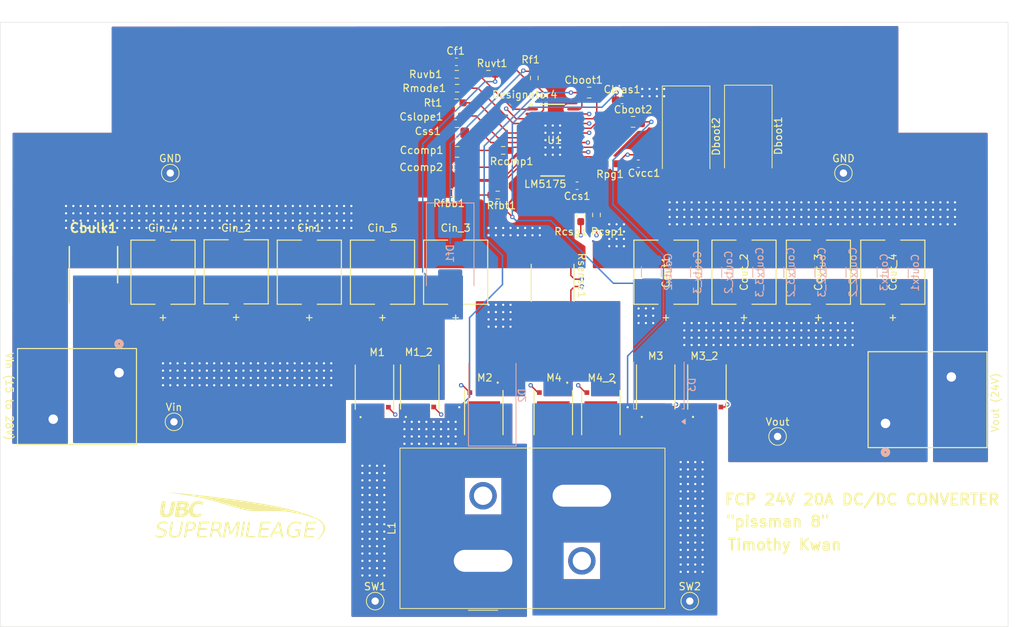
<source format=kicad_pcb>
(kicad_pcb (version 20240108) (generator "pcbnew") (generator_version "8.0")
  (title_block (title "PISSMAN - FCP") (company "UBC Supermileage"))
  (layers (0 "F.Cu" signal) (1 "In1.Cu" signal) (2 "In2.Cu" signal) (31 "B.Cu" signal) (34 "B.Paste" user) (35 "F.Paste" user) (36 "B.SilkS" user "B.Silkscreen") (37 "F.SilkS" user "F.Silkscreen") (38 "B.Mask" user) (39 "F.Mask" user) (44 "Edge.Cuts" user))
  (property "PROJECTNAME" "")
  (property "SHEETTOTAL" "1")
  (net 0 "")
  (net 1 "GND")
  (net 2 "Net-(Dboot1-K)")
  (net 3 "/sw1")
  (net 4 "Net-(Dboot2-K)")
  (net 5 "/sw2")
  (net 6 "Net-(Ccomp1-Pad1)")
  (net 7 "Net-(U1-COMP)")
  (net 8 "Net-(U1-CSG)")
  (net 9 "Net-(U1-CS)")
  (net 10 "Net-(U1-VIN)")
  (net 11 "Vin")
  (net 12 "Net-(U1-SLOPE)")
  (net 13 "Net-(U1-SS)")
  (net 14 "Net-(Dboot1-A)")
  (net 15 "/rcs2")
  (net 16 "Net-(Df1-K)")
  (net 17 "/hdrv1")
  (net 18 "/hdrv2")
  (net 19 "/ldrv2")
  (net 20 "Net-(U1-FB)")
  (net 21 "Net-(U1-MODE)")
  (net 22 "Net-(U1-PGOOD)")
  (net 23 "Net-(U1-RT_SYNC)")
  (net 24 "Net-(U1-EN)")
  (net 25 "/ldrv1")
  (net 26 "Vout")
  (footprint "Resistor_SMD:R_0603_1608Metric_Pad0.98x0.95mm_HandSolder" (layer "F.Cu") (at 86.25 49 180)
    (property "Reference" "Rfbt1")
    (property "Value" "RC0603FR-07576KL")
  )
  (footprint "CSD18531Q5A footprint:8power tdfn" (layer "F.Cu") (at 107.845 75.235072 90)
    (property "Reference" "M3")
    (property "Value" "CSD18533Q5A")
  )
  (footprint "cap footprints:35SVPF82M" (layer "F.Cu") (at 109.2418 59.5456 90)
    (property "Reference" "Cout1")
    (property "Value" "35SVPF82M")
  )
  (footprint "screwterm footprint:CONN_1777545" (layer "F.Cu") (at 25.500018 79.779599 -90)
    (property "Reference" "Vin (15 to 28V)")
    (property "Value" "Screw_Terminal_01x02")
  )
  (footprint "Capacitor_SMD:C_0805_2012Metric_Pad1.18x1.45mm_HandSolder" (layer "F.Cu") (at 80.7 43.1 180)
    (property "Reference" "Ccomp1")
    (property "Value" "C2012C0G1H153J085AA")
  )
  (footprint "Capacitor_SMD:C_0402_1005Metric_Pad0.74x0.62mm_HandSolder" (layer "F.Cu") (at 80.3 45.2 180)
    (property "Reference" "Ccomp2")
    (property "Value" "CL05C681JB5NNNC")
  )
  (footprint "Resistor_SMD:R_0603_1608Metric_Pad0.98x0.95mm_HandSolder" (layer "F.Cu") (at 97.599998 51.724999 -90)
    (property "Reference" "Rcsg1")
    (property "Value" "CRCW0603100RFKEA")
  )
  (footprint "cap footprints:PCAP_SVP_E12_PAN" (layer "F.Cu") (at 60.5 59.5456 90)
    (property "Reference" "Cin1")
    (property "Value" "50SVPF39M")
  )
  (footprint "TestPoint:TestPoint_THTPad_D2.0mm_Drill1.0mm" (layer "F.Cu") (at 41.5 46)
    (property "Reference" "GND")
    (property "Value" "TestPoint_THTPad_D2.0mm_Drill1.0mm")
  )
  (footprint "Capacitor_SMD:C_0603_1608Metric_Pad1.08x0.95mm_HandSolder" (layer "F.Cu") (at 105.462498 44.724999)
    (property "Reference" "Cvcc1")
    (property "Value" "EMK107B7105KA-T")
  )
  (footprint "Capacitor_SMD:C_0805_2012Metric_Pad1.18x1.45mm_HandSolder" (layer "F.Cu") (at 80.7 40.5 180)
    (property "Reference" "Css1")
    (property "Value" "CGA4J2C0G1H223J125AA")
  )
  (footprint "TestPoint:TestPoint_THTPad_D2.0mm_Drill1.0mm" (layer "F.Cu") (at 42 80)
    (property "Reference" "Vin")
    (property "Value" "TestPoint_THTPad_D2.0mm_Drill1.0mm")
  )
  (footprint "Resistor_SMD:R_0603_1608Metric_Pad0.98x0.95mm_HandSolder" (layer "F.Cu") (at 80.6 36.4 180)
    (property "Reference" "Rt1")
    (property "Value" "CRCW0402267KFKED")
  )
  (footprint "TestPoint:TestPoint_THTPad_D2.0mm_Drill1.0mm" (layer "F.Cu") (at 133.5 46)
    (property "Reference" "GND")
    (property "Value" "TestPoint_THTPad_D2.0mm_Drill1.0mm")
  )
  (footprint "cap footprints:PCAP_SVP_E12_PAN" (layer "F.Cu") (at 70.5 59.5456 90)
    (property "Reference" "Cin_5")
    (property "Value" "50SVPF39M")
  )
  (footprint "Diode_SMD:D_SMC_Handsoldering" (layer "F.Cu") (at 120.5 40.9 -90)
    (property "Reference" "Dboot1")
    (property "Value" "SL44-E3/57T")
  )
  (footprint "cap footprints:PCAP_SVP_E12_PAN" (layer "F.Cu") (at 40.5 59.5456 90)
    (property "Reference" "Cin_4")
    (property "Value" "50SVPF39M")
  )
  (footprint "Capacitor_SMD:C_0603_1608Metric_Pad1.08x0.95mm_HandSolder" (layer "F.Cu") (at 97.099998 47.724999 180)
    (property "Reference" "Ccs1")
    (property "Value" "06035A470JAT2A")
  )
  (footprint "cap footprints:35SVPF82M" (layer "F.Cu") (at 140.25 59.5456 90)
    (property "Reference" "Cout_4")
    (property "Value" "35SVPF82M")
  )
  (footprint "Inductor_THT_Wurth:L_Wurth_WE-HCFT-3521" (layer "F.Cu") (at 84.25 99 90)
    (property "Reference" "L1")
    (property "Value" "GENERIC_INDUCTOR")
  )
  (footprint "Resistor_SMD:R_0603_1608Metric_Pad0.98x0.95mm_HandSolder" (layer "F.Cu") (at 91.25 33 -90)
    (property "Reference" "Rf1")
    (property "Value" "RC0603FR-0710RL")
  )
  (footprint "CSD18531Q5A footprint:8power tdfn" (layer "F.Cu") (at 75.595 75.235072 90)
    (property "Reference" "M1_2")
    (property "Value" "CSD18513Q5A")
  )
  (footprint "Capacitor_SMD:C_0603_1608Metric_Pad1.08x0.95mm_HandSolder" (layer "F.Cu") (at 80.5 38.2 180)
    (property "Reference" "Cslope1")
    (property "Value" "CL10C151JB8NNNC")
  )
  (footprint "cap footprints:CAPAE660X800N" (layer "F.Cu") (at 31 59.35 90)
    (property "Reference" "Cbulk1")
    (property "Value" "UUD1V680MCL1GS" (hide yes))
  )
  (footprint "CSD18531Q5A footprint:8power tdfn" (layer "F.Cu") (at 69.405 75.264928 90)
    (property "Reference" "M1")
    (property "Value" "CSD18513Q5A")
  )
  (footprint "cap footprints:35SVPF82M" (layer "F.Cu") (at 130.0806 59.5456 90)
    (property "Reference" "Cout_3")
    (property "Value" "35SVPF82M")
  )
  (footprint "screwterm footprint:CONN_1777545" (layer "F.Cu") (at 148.24899 73.720401 90)
    (property "Reference" "Vout (24V)")
    (property "Value" "Screw_Terminal_01x02")
  )
  (footprint "Resistor_SMD:R_0603_1608Metric_Pad0.98x0.95mm_HandSolder" (layer "F.Cu") (at 99.75 51.724999 -90)
    (property "Reference" "Rcsp1")
    (property "Value" "CRCW0603100RFKEA")
  )
  (footprint "Capacitor_SMD:C_0603_1608Metric_Pad1.08x0.95mm_HandSolder" (layer "F.Cu") (at 103.25 36)
    (property "Reference" "Cbias1")
    (property "Value" "C1608X5R1H105K080AB")
  )
  (footprint "Resistor_SMD:R_0603_1608Metric_Pad0.98x0.95mm_HandSolder" (layer "F.Cu") (at 84.9875 32.5 180)
    (property "Reference" "Ruvt1")
    (property "Value" "RC0201FR-07249KL")
  )
  (footprint "Rsense footprint:RES_WSLP3921_.002OHM_VIS" (layer "F.Cu") (at 93.75 61 -90)
    (property "Reference" "Rsense1")
    (property "Value" "CUSTOM2")
  )
  (footprint "cap footprints:PCAP_SVP_E12_PAN" (layer "F.Cu") (at 50.5 59.5 90)
    (property "Reference" "Cin_2")
    (property "Value" "50SVPF39M")
  )
  (footprint "TestPoint:TestPoint_THTPad_D2.0mm_Drill1.0mm" (layer "F.Cu") (at 124.5 82)
    (property "Reference" "Vout")
    (property "Value" "TestPoint_THTPad_D2.0mm_Drill1.0mm")
  )
  (footprint "CSD18531Q5A footprint:8power tdfn" (layer "F.Cu") (at 114.845 75.235072 90)
    (property "Reference" "M3_2")
    (property "Value" "CSD18533Q5A")
  )
  (footprint "Resistor_SMD:R_0603_1608Metric_Pad0.98x0.95mm_HandSolder" (layer "F.Cu") (at 80.1 48.7 180)
    (property "Reference" "Rfbb1")
    (property "Value" "RC0603FR-0720KL")
  )
  (footprint "Capacitor_SMD:C_0805_2012Metric_Pad1.18x1.45mm_HandSolder" (layer "F.Cu") (at 104.75 39)
    (property "Reference" "Cboot2")
    (property "Value" "08053C104JAZ2A")
  )
  (footprint "LM5175:PWP0028F_N" (layer "F.Cu") (at 93.749999 41.499999)
    (property "Reference" "U1")
    (property "Value" "LM5175PWPR")
  )
  (footprint "Resistor_SMD:R_0603_1608Metric_Pad0.98x0.95mm_HandSolder" (layer "F.Cu") (at 101.599998 44.724999 180)
    (property "Reference" "Rpg1")
    (property "Value" "RC0603FR-0720KL")
  )
  (footprint "cap footprints:35SVPF82M" (layer "F.Cu") (at 119.9112 59.5456 90)
    (property "Reference" "Cout_2")
    (property "Value" "35SVPF82M")
  )
  (footprint "Resistor_SMD:R_0603_1608Metric_Pad0.98x0.95mm_HandSolder" (layer "F.Cu") (at 80.7 34.4 180)
    (property "Reference" "Rmode1")
    (property "Value" "RC0603FR-0793K1L")
  )
  (footprint "Resistor_SMD:R_0603_1608Metric_Pad0.98x0.95mm_HandSolder" (layer "F.Cu") (at 80.65 32.5 180)
    (property "Reference" "Ruvb1")
    (property "Value" "RC0201FR-0723K7L")
  )
  (footprint "TestPoint:TestPoint_THTPad_D2.0mm_Drill1.0mm" (layer "F.Cu") (at 112.5 104.5)
    (property "Reference" "SW2")
    (property "Value" "TestPoint_THTPad_D2.0mm_Drill1.0mm")
  )
  (footprint "cap footprints:PCAP_SVP_E12_PAN" (layer "F.Cu") (at 80.5 59.5456 90)
    (property "Reference" "Cin_3")
    (property "Value" "50SVPF39M")
  )
  (footprint "TestPoint:TestPoint_THTPad_D2.0mm_Drill1.0mm" (layer "F.Cu") (at 69.5 104.5)
    (property "Reference" "SW1")
    (property "Value" "TestPoint_THTPad_D2.0mm_Drill1.0mm")
  )
  (footprint "Diode_SMD:D_SMC_Handsoldering" (layer "F.Cu") (at 112 41 -90)
    (property "Reference" "Dboot2")
    (property "Value" "SL44-E3/57T")
  )
  (footprint "Resistor_SMD:R_0603_1608Metric_Pad0.98x0.95mm_HandSolder" (layer "F.Cu") (at 87 42.9 180)
    (property "Reference" "Rcomp1")
    (property "Value" "CRCW04024K99FKED")
  )
  (footprint "Capacitor_SMD:C_0805_2012Metric_Pad1.18x1.45mm_HandSolder" (layer "F.Cu") (at 98.75 35 180)
    (property "Reference" "Cboot1")
    (property "Value" "08053C104JAZ2A")
  )
  (footprint "CSD18531Q5A footprint:8power tdfn" (layer "F.Cu") (at 93.845 78.735072 -90)
    (property "Reference" "M4")
    (property "Value" "CSD19534Q5A")
  )
  (footprint "CSD18531Q5A footprint:8power tdfn" (layer "F.Cu") (at 84.345 78.735072 -90)
    (property "Reference" "M2")
    (property "Value" "CSD18531Q5A")
  )
  (footprint "Capacitor_SMD:C_0603_1608Metric_Pad1.08x0.95mm_HandSolder" (layer "F.Cu") (at 80.6 30.8 180)
    (property "Reference" "Cf1")
    (property "Value" "C1608X5R1H224K080AB")
  )
  (footprint "logo:logo" (layer "F.Cu") (at 51 93)
    (property "Reference" "G***" (hide yes))
    (property "Value" "LOGO" (hide yes))
  )
  (footprint "CSD18531Q5A footprint:8power tdfn" (layer "F.Cu") (at 100.345 78.735072 -90)
    (property "Reference" "M4_2")
    (property "Value" "CSD19534Q5A" (hide yes))
  )
  (footprint "Capacitor_SMD:C_1210_3225Metric_Pad1.33x2.70mm_HandSolder" (layer "B.Cu") (at 136.75 59.5625 90)
    (property "Reference" "Coutx3")
    (property "Value" "GRM32ER71H106MA12")
  )
  (footprint "Diode_SMD:D_SMC_Handsoldering" (layer "B.Cu") (at 85.5 76.4 90)
    (property "Reference" "D2")
    (property "Value" "SL44-E3/57T")
  )
  (footprint "Capacitor_SMD:C_1210_3225Metric_Pad1.33x2.70mm_HandSolder" (layer "B.Cu") (at 111.25 59.5625 90)
    (property "Reference" "Coutx_3")
    (property "Value" "GRM32ER71H106MA12")
  )
  (footprint "Capacitor_SMD:C_1210_3225Metric_Pad1.33x2.70mm_HandSolder" (layer "B.Cu") (at 115.5 59.5625 90)
    (property "Reference" "Coutx_2")
    (property "Value" "GRM32ER71H106MA12")
  )
  (footprint "Capacitor_SMD:C_1210_3225Metric_Pad1.33x2.70mm_HandSolder" (layer "B.Cu") (at 128.25 59.5625 90)
    (property "Reference" "Coutx2_3")
    (property "Value" "C5750X7R2E684M")
  )
  (footprint "Capacitor_SMD:C_1210_3225Metric_Pad1.33x2.70mm_HandSolder" (layer "B.Cu") (at 119.75 59.5625 90)
    (property "Reference" "Coutx3_3")
    (property "Value" "GRM32ER71H106MA12")
  )
  (footprint "Diode_SMD:D_SMC_Handsoldering" (layer "B.Cu") (at 79.75 57 -90)
    (property "Reference" "Df1")
    (property "Value" "SL44-E3/57T")
  )
  (footprint "Package_TO_SOT_SMD:TO-252-2" (layer "B.Cu") (at 108.275 74.935 90)
    (property "Reference" "D3")
    (property "Value" "SBRD10200TR")
  )
  (footprint "Capacitor_SMD:C_1210_3225Metric_Pad1.33x2.70mm_HandSolder" (layer "B.Cu") (at 132.5 59.5625 90)
    (property "Reference" "Coutx2_2")
    (property "Value" "C5750X7R2E684M")
  )
  (footprint "Capacitor_SMD:C_1210_3225Metric_Pad1.33x2.70mm_HandSolder" (layer "B.Cu") (at 124 59.5625 90)
    (property "Reference" "Coutx3_2")
    (property "Value" "GRM32ER71H106MA12")
  )
  (footprint "Capacitor_SMD:C_1210_3225Metric_Pad1.33x2.70mm_HandSolder" (layer "B.Cu") (at 141 59.625 90)
    (property "Reference" "Coutx1")
    (property "Value" "GRM32ER71H106MA12")
  )
  (footprint "Capacitor_SMD:C_1210_3225Metric_Pad1.33x2.70mm_HandSolder" (layer "B.Cu") (at 107.25 59.5 90)
    (property "Reference" "Coutx2")
    (property "Value" "C5750X7R2E684M")
  )
  (gr_rect (start 18.25 25.4) (end 156 108) (stroke (width 0.05)) (fill none) (layer "Edge.Cuts"))
  (gr_text "FCP 24V 20A DC/DC CONVERTER" (at 117.1 91.5 0) (layer "F.SilkS") (effects (font (size 1.5 1.5) (thickness 0.3) (bold yes)) (justify left bottom)))
  (gr_text "Timothy Kwan\n\n\n" (at 117.5 102.5 0) (layer "F.SilkS") (effects (font (size 1.5 1.5) (thickness 0.3) (bold yes)) (justify left bottom)))
  (gr_text "{dblquote}pissman 8{dblquote}\n" (at 117.3 94.5 0) (layer "F.SilkS") (effects (font (size 1.5 1.5) (thickness 0.3) (bold yes)) (justify left bottom)))
  (segment (start 93.249997 43.292893) (end 92.957105 43.000001) (width 0.2) (layer "F.Cu") (net 1))
  (segment (start 92.957105 42.999999) (end 93.249997 42.707107) (width 0.2) (layer "F.Cu") (net 1))
  (segment (start 96.599998 41.174998) (end 95.132105 41.174998) (width 0.2) (layer "F.Cu") (net 1))
  (segment (start 93.249997 42.707107) (end 93.249997 42.000001) (width 0.2) (layer "F.Cu") (net 1))
  (segment (start 94.957107 41) (end 94.542893 41) (width 0.2) (layer "F.Cu") (net 1))
  (segment (start 90.9 43.125) (end 89.175 43.125) (width 0.4) (layer "F.Cu") (net 1))
  (segment (start 90.9 39.874998) (end 92.417892 39.874998) (width 0.2) (layer "F.Cu") (net 1))
  (segment (start 91.596752 45.074998) (end 92.05 44.62175) (width 0.2) (layer "F.Cu") (net 1))
  (segment (start 97.599998 52.637499) (end 97.599998 54.5) (width 0.2) (layer "F.Cu") (net 1))
  (segment (start 92.542891 39.999997) (end 92.957103 39.999997) (width 0.2) (layer "F.Cu") (net 1))
  (segment (start 89.175 43.125) (end 85.3 47) (width 0.4) (layer "F.Cu") (net 1))
  (segment (start 93.249997 40.292891) (end 93.249997 40.999997) (width 0.2) (layer "F.Cu") (net 1))
  (segment (start 96.75 60.5) (end 97.75 60.5) (width 0.2) (layer "F.Cu") (net 1))
  (segment (start 92.05 43.49289) (end 92.542891 42.999999) (width 0.2) (layer "F.Cu") (net 1))
  (segment (start 92.957103 39.999997) (end 93.249997 40.292891) (width 0.2) (layer "F.Cu") (net 1))
  (segment (start 96.25 57) (end 96.25 60) (width 0.2) (layer "F.Cu") (net 1))
  (segment (start 92.417892 39.874998) (end 92.542891 39.999997) (width 0.2) (layer "F.Cu") (net 1))
  (segment (start 96.25 60) (end 96.75 60.5) (width 0.2) (layer "F.Cu") (net 1))
  (segment (start 92.542893 42.999999) (end 92.957105 42.999999) (width 0.2) (layer "F.Cu") (net 1))
  (segment (start 92.542891 42.999999) (end 92.957105 42.999999) (width 0.2) (layer "F.Cu") (net 1))
  (segment (start 93.249997 40.999997) (end 93.396446 41.146446) (width 0.2) (layer "F.Cu") (net 1))
  (segment (start 96.1606 56.9106) (end 96.25 57) (width 0.2) (layer "F.Cu") (net 1))
  (segment (start 92.417892 43.125) (end 92.542893 42.999999) (width 0.2) (layer "F.Cu") (net 1))
  (segment (start 90.9 45.074998) (end 91.596752 45.074998) (width 0.2) (layer "F.Cu") (net 1))
  (segment (start 92.05 44.62175) (end 92.05 43.49289) (width 0.2) (layer "F.Cu") (net 1))
  (segment (start 93.75 56.9106) (end 96.1606 56.9106) (width 0.2) (layer "F.Cu") (net 1))
  (segment (start 90.9 45.724999) (end 91.575 45.724999) (width 0.2) (layer "F.Cu") (net 1))
  (segment (start 92.957105 43.000001) (end 92.542891 43.000001) (width 0.2) (layer "F.Cu") (net 1))
  (segment (start 90.9 43.125) (end 92.417892 43.125) (width 0.2) (layer "F.Cu") (net 1))
  (segment (start 93.249997 42.000001) (end 93.396446 41.853552) (width 0.2) (layer "F.Cu") (net 1))
  (segment (start 91.775 45.724999) (end 93.249997 44.250002) (width 0.2) (layer "F.Cu") (net 1))
  (segment (start 85.3 47) (end 79.7 47) (width 0.4) (layer "F.Cu") (net 1))
  (segment (start 95.132105 41.174998) (end 94.957107 41) (width 0.2) (layer "F.Cu") (net 1))
  (segment (start 93.249997 44.250002) (end 93.249997 43.292893) (width 0.2) (layer "F.Cu") (net 1))
  (via micro (at 52.25 50.5) (size 0.6) (drill 0.3) (layers "F.Cu" "B.Cu") (net 1))
  (via micro (at 35.25 50.5) (size 0.6) (drill 0.3) (layers "F.Cu" "B.Cu") (net 1))
  (via micro (at 43.25 51.5) (size 0.6) (drill 0.3) (layers "F.Cu" "B.Cu") (net 1))
  (via micro (at 119.75 53) (size 0.6) (drill 0.3) (layers "F.Cu" "B.Cu") (net 1))
  (via micro (at 103.5 53) (size 0.6) (drill 0.3) (layers "F.Cu" "B.Cu") (net 1))
  (via micro (at 51.25 51.5) (size 0.6) (drill 0.3) (layers "F.Cu" "B.Cu") (net 1))
  (via micro (at 52.25 51.5) (size 0.6) (drill 0.3) (layers "F.Cu" "B.Cu") (net 1))
  (via micro (at 32.25 52.5) (size 0.6) (drill 0.3) (layers "F.Cu" "B.Cu") (net 1))
  (via micro (at 48.25 50.5) (size 0.6) (drill 0.3) (layers "F.Cu" "B.Cu") (net 1))
  (via micro (at 46.25 52.5) (size 0.6) (drill 0.3) (layers "F.Cu" "B.Cu") (net 1))
  (via micro (at 64.25 51.5) (size 0.6) (drill 0.3) (layers "F.Cu" "B.Cu") (net 1))
  (via micro (at 112.75 51) (size 0.6) (drill 0.3) (layers "F.Cu" "B.Cu") (net 1))
  (via micro (at 129.75 51) (size 0.6) (drill 0.3) (layers "F.Cu" "B.Cu") (net 1))
  (via micro (at 133.75 52) (size 0.6) (drill 0.3) (layers "F.Cu" "B.Cu") (net 1))
  (via micro (at 142.75 50) (size 0.6) (drill 0.3) (layers "F.Cu" "B.Cu") (net 1))
  (via micro (at 30.25 52.5) (size 0.6) (drill 0.3) (layers "F.Cu" "B.Cu") (net 1))
  (via micro (at 63.25 53.5) (size 0.6) (drill 0.3) (layers "F.Cu" "B.Cu") (net 1))
  (via micro (at 109.75 53) (size 0.6) (drill 0.3) (layers "F.Cu" "B.Cu") (net 1))
  (via (at 92.775 43.5) (size 0.6) (drill 0.3) (layers "F.Cu" "B.Cu") (net 1))
  (via micro (at 47.25 51.5) (size 0.6) (drill 0.3) (layers "F.Cu" "B.Cu") (net 1))
  (via micro (at 135.75 50) (size 0.6) (drill 0.3) (layers "F.Cu" "B.Cu") (net 1))
  (via micro (at 138.75 53) (size 0.6) (drill 0.3) (layers "F.Cu" "B.Cu") (net 1))
  (via (at 94.775 43.5) (size 0.6) (drill 0.3) (layers "F.Cu" "B.Cu") (net 1))
  (via micro (at 41.25 53.5) (size 0.6) (drill 0.3) (layers "F.Cu" "B.Cu") (net 1))
  (via micro (at 33.25 51.5) (size 0.6) (drill 0.3) (layers "F.Cu" "B.Cu") (net 1))
  (via micro (at 30.25 51.5) (size 0.6) (drill 0.3) (layers "F.Cu" "B.Cu") (net 1))
  (via micro (at 134.75 51) (size 0.6) (drill 0.3) (layers "F.Cu" "B.Cu") (net 1))
  (via micro (at 54.25 52.5) (size 0.6) (drill 0.3) (layers "F.Cu" "B.Cu") (net 1))
  (via micro (at 62.25 50.5) (size 0.6) (drill 0.3) (layers "F.Cu" "B.Cu") (net 1))
  (via micro (at 138.75 50) (size 0.6) (drill 0.3) (layers "F.Cu" "B.Cu") (net 1))
  (via micro (at 33.25 50.5) (size 0.6) (drill 0.3) (layers "F.Cu" "B.Cu") (net 1))
  (via micro (at 138.75 51) (size 0.6) (drill 0.3) (layers "F.Cu" "B.Cu") (net 1))
  (via micro (at 92 54.5) (size 0.6) (drill 0.3) (layers "F.Cu" "B.Cu") (net 1))
  (via micro (at 141.75 51) (size 0.6) (drill 0.3) (layers "F.Cu" "B.Cu") (net 1))
  (via micro (at 130.75 50) (size 0.6) (drill 0.3) (layers "F.Cu" "B.Cu") (net 1))
  (via micro (at 110.75 53) (size 0.6) (drill 0.3) (layers "F.Cu" "B.Cu") (net 1))
  (via micro (at 36.25 51.5) (size 0.6) (drill 0.3) (layers "F.Cu" "B.Cu") (net 1))
  (via micro (at 106 35.5) (size 0.6) (drill 0.3) (layers "F.Cu" "B.Cu") (net 1))
  (via micro (at 39.25 50.5) (size 0.6) (drill 0.3) (layers "F.Cu" "B.Cu") (net 1))
  (via micro (at 60.25 51.5) (size 0.6) (drill 0.3) (layers "F.Cu" "B.Cu") (net 1))
  (via micro (at 44.25 51.5) (size 0.6) (drill 0.3) (layers "F.Cu" "B.Cu") (net 1))
  (via micro (at 139.75 53) (size 0.6) (drill 0.3) (layers "F.Cu" "B.Cu") (net 1))
  (via micro (at 61.25 51.5) (size 0.6) (drill 0.3) (layers "F.Cu" "B.Cu") (net 1))
  (via micro (at 45.25 52.5) (size 0.6) (drill 0.3) (layers "F.Cu" "B.Cu") (net 1))
  (via micro (at 136.75 52) (size 0.6) (drill 0.3) (layers "F.Cu" "B.Cu") (net 1))
  (via micro (at 120.75 52) (size 0.6) (drill 0.3) (layers "F.Cu" "B.Cu") (net 1))
  (via micro (at 109 35.5) (size 0.6) (drill 0.3) (layers "F.Cu" "B.Cu") (net 1))
  (via micro (at 109 34.5) (size 0.6) (drill 0.3) (layers "F.Cu" "B.Cu") (net 1))
  (via micro (at 135.75 51) (size 0.6) (drill 0.3) (layers "F.Cu" "B.Cu") (net 1))
  (via micro (at 36.25 53.5) (size 0.6) (drill 0.3) (layers "F.Cu" "B.Cu") (net 1))
  (via micro (at 120.75 50) (size 0.6) (drill 0.3) (layers "F.Cu" "B.Cu") (net 1))
  (via micro (at 31.25 51.5) (size 0.6) (drill 0.3) (layers "F.Cu" "B.Cu") (net 1))
  (via micro (at 114.75 51) (size 0.6) (drill 0.3) (layers "F.Cu" "B.Cu") (net 1))
  (via micro (at 40.25 53.5) (size 0.6) (drill 0.3) (layers "F.Cu" "B.Cu") (net 1))
  (via (at 93.775 41.5) (size 0.6) (drill 0.3) (layers "F.Cu" "B.Cu") (net 1))
  (via micro (at 49.25 51.5) (size 0.6) (drill 0.3) (layers "F.Cu" "B.Cu") (net 1))
  (via micro (at 58.25 52.5) (size 0.6) (drill 0.3) (layers "F.Cu" "B.Cu") (net 1))
  (via micro (at 122.75 52) (size 0.6) (drill 0.3) (layers "F.Cu" "B.Cu") (net 1))
  (via micro (at 37.25 53.5) (size 0.6) (drill 0.3) (layers "F.Cu" "B.Cu") (net 1))
  (via micro (at 87 54.5) (size 0.6) (drill 0.3) (layers "F.Cu" "B.Cu") (net 1))
  (via micro (at 127.75 53) (size 0.6) (drill 0.3) (layers "F.Cu" "B.Cu") (net 1))
  (via micro (at 137.75 51) (size 0.6) (drill 0.3) (layers "F.Cu" "B.Cu") (net 1))
  (via micro (at 115.75 53) (size 0.6) (drill 0.3) (layers "F.Cu" "B.Cu") (net 1))
  (via (at 93.775 39.5) (size 0.6) (drill 0.3) (layers "F.Cu" "B.Cu") (net 1))
  (via micro (at 101.5 55) (size 0.6) (drill 0.3) (layers "F.Cu" "B.Cu") (net 1))
  (via micro (at 118.75 51) (size 0.6) (drill 0.3) (layers "F.Cu" "B.Cu") (net 1))
  (via micro (at 38.25 50.5) (size 0.6) (drill 0.3) (layers "F.Cu" "B.Cu") (net 1))
  (via micro (at 42.25 52.5) (size 0.6) (drill 0.3) (layers "F.Cu" "B.Cu") (net 1))
  (via micro (at 121.75 50) (size 0.6) (drill 0.3) (layers "F.Cu" "B.Cu") (net 1))
  (via micro (at 132.75 52) (size 0.6) (drill 0.3) (layers "F.Cu" "B.Cu") (net 1))
  (via micro (at 147.75 52) (size 0.6) (drill 0.3) (layers "F.Cu" "B.Cu") (net 1))
  (via micro (at 60.25 53.5) (size 0.6) (drill 0.3) (layers "F.Cu" "B.Cu") (net 1))
  (via micro (at 117.75 50) (size 0.6) (drill 0.3) (layers "F.Cu" "B.Cu") (net 1))
  (via micro (at 132.75 51) (size 0.6) (drill 0.3) (layers "F.Cu" "B.Cu") (net 1))
  (via micro (at 38.25 53.5) (size 0.6) (drill 0.3) (layers "F.Cu" "B.Cu") (net 1))
  (via micro (at 60.25 52.5) (size 0.6) (drill 0.3) (layers "F.Cu" "B.Cu") (net 1))
  (via micro (at 145.75 52) (size 0.6) (drill 0.3) (layers "F.Cu" "B.Cu") (net 1))
  (via micro (at 52.25 52.5) (size 0.6) (drill 0.3) (layers "F.Cu" "B.Cu") (net 1))
  (via micro (at 140.75 52) (size 0.6) (drill 0.3) (layers "F.Cu" "B.Cu") (net 1))
  (via micro (at 61.25 52.5) (size 0.6) (drill 0.3) (layers "F.Cu" "B.Cu") (net 1))
  (via micro (at 32.25 50.5) (size 0.6) (drill 0.3) (layers "F.Cu" "B.Cu") (net 1))
  (via micro (at 112.75 52) (size 0.6) (drill 0.3) (layers "F.Cu" "B.Cu") (net 1))
  (via micro (at 125.75 50) (size 0.6) (drill 0.3) (layers "F.Cu" "B.Cu") (net 1))
  (via micro (at 45.25 50.5) (size 0.6) (drill 0.3) (layers "F.Cu" "B.Cu") (net 1))
  (via micro (at 34.25 51.5) (size 0.6) (drill 0.3) (layers "F.Cu" "B.Cu") (net 1))
  (via micro (at 137.75 52) (size 0.6) (drill 0.3) (layers "F.Cu" "B.Cu") (net 1))
  (via micro (at 148.75 51) (size 0.6) (drill 0.3) (layers "F.Cu" "B.Cu") (net 1))
  (via micro (at 63.25 51.5) (size 0.6) (drill 0.3) (layers "F.Cu" "B.Cu") (net 1))
  (via micro (at 44.25 53.5) (size 0.6) (drill 0.3) (layers "F.Cu" "B.Cu") (net 1))
  (via micro (at 54.25 51.5) (size 0.6) (drill 0.3) (layers "F.Cu" "B.Cu") (net 1))
  (via micro (at 43.25 52.5) (size 0.6) (drill 0.3) (layers "F.Cu" "B.Cu") (net 1))
  (via micro (at 51.25 50.5) (size 0.6) (drill 0.3) (layers "F.Cu" "B.Cu") (net 1))
  (via micro (at 43.25 50.5) (size 0.6) (drill 0.3) (layers "F.Cu" "B.Cu") (net 1))
  (via (at 93.775 43.5) (size 0.6) (drill 0.3) (layers "F.Cu" "B.Cu") (net 1))
  (via micro (at 38.25 51.5) (size 0.6) (drill 0.3) (layers "F.Cu" "B.Cu") (net 1))
  (via micro (at 135.75 52) (size 0.6) (drill 0.3) (layers "F.Cu" "B.Cu") (net 1))
  (via micro (at 48.25 53.5) (size 0.6) (drill 0.3) (layers "F.Cu" "B.Cu") (net 1))
  (via micro (at 116.75 51) (size 0.6) (drill 0.3) (layers "F.Cu" "B.Cu") (net 1))
  (via (at 92.775 42.5) (size 0.6) (drill 0.3) (layers "F.Cu" "B.Cu") (net 1))
  (via micro (at 103.5 54) (size 0.6) (drill 0.3) (layers "F.Cu" "B.Cu") (net 1))
  (via micro (at 133.75 51) (size 0.6) (drill 0.3) (layers "F.Cu" "B.Cu") (net 1))
  (via micro (at 34.25 50.5) (size 0.6) (drill 0.3) (layers "F.Cu" "B.Cu") (net 1))
  (via micro (at 51.25 52.5) (size 0.6) (drill 0.3) (layers "F.Cu" "B.Cu") (net 1))
  (via micro (at 139.75 52) (size 0.6) (drill 0.3) (layers "F.Cu" "B.Cu") (net 1))
  (via micro (at 124.75 52) (size 0.6) (drill 0.3) (layers "F.Cu" "B.Cu") (net 1))
  (via micro (at 147.75 51) (size 0.6) (drill 0.3) (layers "F.Cu" "B.Cu") (net 1))
  (via micro (at 58.25 50.5) (size 0.6) (drill 0.3) (layers "F.Cu" "B.Cu") (net 1))
  (via micro (at 148.75 53) (size 0.6) (drill 0.3) (layers "F.Cu" "B.Cu") (net 1))
  (via micro (at 66.25 50.5) (size 0.6) (drill 0.3) (layers "F.Cu" "B.Cu") (net 1))
  (via micro (at 63.25 52.5) (size 0.6) (drill 0.3) (layers "F.Cu" "B.Cu") (net 1))
  (via micro (at 42.25 51.5) (size 0.6) (drill 0.3) (layers "F.Cu" "B.Cu") (net 1))
  (via micro (at 101.5 56) (size 0.6) (drill 0.3) (layers "F.Cu" "B.Cu") (net 1))
  (via micro (at 135.75 53) (size 0.6) (drill 0.3) (layers "F.Cu" "B.Cu") (net 1))
  (via micro (at 127.75 52) (size 0.6) (drill 0.3) (layers "F.Cu" "B.Cu") (net 1))
  (via micro (at 39.25 51.5) (size 0.6) (drill 0.3) (layers "F.Cu" "B.Cu") (net 1))
  (via micro (at 142.75 52) (size 0.6) (drill 0.3) (layers "F.Cu" "B.Cu") (net 1))
  (via micro (at 123.75 52) (size 0.6) (drill 0.3) (layers "F.Cu" "B.Cu") (net 1))
  (via micro (at 124.75 50) (size 0.6) (drill 0.3) (layers "F.Cu" "B.Cu") (net 1))
  (via micro (at 110.75 51) (size 0.6) (drill 0.3) (layers "F.Cu" "B.Cu") (net 1))
  (via micro (at 66.25 51.5) (size 0.6) (drill 0.3) (layers "F.Cu" "B.Cu") (net 1))
  (via micro (at 45.25 51.5) (size 0.6) (drill 0.3) (layers "F.Cu" "B.Cu") (net 1))
  (via micro (at 37.25 51.5) (size 0.6) (drill 0.3) (layers "F.Cu" "B.Cu") (net 1))
  (via micro (at 122.75 51) (size 0.6) (drill 0.3) (layers "F.Cu" "B.Cu") (net 1))
  (via micro (at 47.25 52.5) (size 0.6) (drill 0.3) (layers "F.Cu" "B.Cu") (net 1))
  (via micro (at 123.75 51) (size 0.6) (drill 0.3) (layers "F.Cu" "B.Cu") (net 1))
  (via micro (at 91 53.5) (size 0.6) (drill 0.3) (layers "F.Cu" "B.Cu") (net 1))
  (via micro (at 109.75 50) (size 0.6) (drill 0.3) (layers "F.Cu" "B.Cu") (net 1))
  (via micro (at 29.25 52.5) (size 0.6) (drill 0.3) (layers "F.Cu" "B.Cu") (net 1))
  (via micro (at 127.75 50) (size 0.6) (drill 0.3) (layers "F.Cu" "B.Cu") (net 1))
  (via micro (at 119.75 51) (size 0.6) (drill 0.3) (layers "F.Cu" "B.Cu") (net 1))
  (via micro (at 128.75 53) (size 0.6) (drill 0.3) (layers "F.Cu" "B.Cu") (net 1))
  (via micro (at 120.75 53) (size 0.6) (drill 0.3) (layers "F.Cu" "B.Cu") (net 1))
  (via micro (at 131.75 51) (size 0.6) (drill 0.3) (layers "F.Cu" "B.Cu") (net 1))
  (via micro (at 28.25 51.5) (size 0.6) (drill 0.3) (layers "F.Cu" "B.Cu") (net 1))
  (via micro (at 48.25 51.5) (size 0.6) (drill 0.3) (layers "F.Cu" "B.Cu") (net 1))
  (via micro (at 112.75 53) (size 0.6) (drill 0.3) (layers "F.Cu" "B.Cu") (net 1))
  (via micro (at 47.25 53.5) (size 0.6) (drill 0.3) (layers "F.Cu" "B.Cu") (net 1))
  (via micro (at 46.25 53.5) (size 0.6) (drill 0.3) (layers "F.Cu" "B.Cu") (net 1))
  (via micro (at 86 54.5) (size 0.6) (drill 0.3) (layers "F.Cu" "B.Cu") (net 1))
  (via micro (at 50.25 50.5) (size 0.6) (drill 0.3) (layers "F.Cu" "B.Cu") (net 1))
  (via micro (at 117.75 52) (size 0.6) (drill 0.3) (layers "F.Cu" "B.Cu") (net 1))
  (via micro (at 38.25 52.5) (size 0.6) (drill 0.3) (layers "F.Cu" "B.Cu") (net 1))
  (via micro (at 141.75 50) (size 0.6) (drill 0.3) (layers "F.Cu" "B.Cu") (net 1))
  (via micro (at 121.75 52) (size 0.6) (drill 0.3) (layers "F.Cu" "B.Cu") (net 1))
  (via micro (at 146.75 51) (size 0.6) (drill 0.3) (layers "F.Cu" "B.Cu") (net 1))
  (via micro (at 143.75 52) (size 0.6) (drill 0.3) (layers "F.Cu" "B.Cu") (net 1))
  (via micro (at 59.25 53.5) (size 0.6) (drill 0.3) (layers "F.Cu" "B.Cu") (net 1))
  (via micro (at 117.75 53) (size 0.6) (drill 0.3) (layers "F.Cu" "B.Cu") (net 1))
  (via (at 93.775 40.5) (size 0.6) (drill 0.3) (layers "F.Cu" "B.Cu") (net 1))
  (via micro (at 88 53.5) (size 0.6) (drill 0.3) (layers "F.Cu" "B.Cu") (net 1))
  (via micro (at 51.25 53.5) (size 0.6) (drill 0.3) (layers "F.Cu" "B.Cu") (net 1))
  (via micro (at 90 53.5) (size 0.6) (drill 0.3) (layers "F.Cu" "B.Cu") (net 1))
  (via micro (at 145.75 53) (size 0.6) (drill 0.3) (layers "F.Cu" "B.Cu") (net 1))
  (via micro (at 58.25 51.5) (size 0.6) (drill 0.3) (layers "F.Cu" "B.Cu") (net 1))
  (via micro (at 55.25 51.5) (size 0.6) (drill 0.3) (layers "F.Cu" "B.Cu") (net 1))
  (via micro (at 137.75 53) (size 0.6) (drill 0.3) (layers "F.Cu" "B.Cu") (net 1))
  (via micro (at 89 53.5) (size 0.6) (drill 0.3) (layers "F.Cu" "B.Cu") (net 1))
  (via micro (at 145.75 50) (size 0.6) (drill 0.3) (layers "F.Cu" "B.Cu") (net 1))
  (via micro (at 142.75 53) (size 0.6) (drill 0.3) (layers "F.Cu" "B.Cu") (net 1))
  (via micro (at 102.5 55) (size 0.6) (drill 0.3) (layers "F.Cu" "B.Cu") (net 1))
  (via micro (at 44.25 52.5) (size 0.6) (drill 0.3) (layers "F.Cu" "B.Cu") (net 1))
  (via micro (at 145.75 51) (size 0.6) (drill 0.3) (layers "F.Cu" "B.Cu") (net 1))
  (via micro (at 65.25 50.5) (size 0.6) (drill 0.3) (layers "F.Cu" "B.Cu") (net 1))
  (via micro (at 55.25 50.5) (size 0.6) (drill 0.3) (layers "F.Cu" "B.Cu") (net 1))
  (via micro (at 48.25 52.5) (size 0.6) (drill 0.3) (layers "F.Cu" "B.Cu") (net 1))
  (via micro (at 119.75 52) (size 0.6) (drill 0.3) (layers "F.Cu" "B.Cu") (net 1))
  (via micro (at 115.75 52) (size 0.6) (drill 0.3) (layers "F.Cu" "B.Cu") (net 1))
  (via micro (at 66.25 52.5) (size 0.6) (drill 0.3) (layers "F.Cu" "B.Cu") (net 1))
  (via micro (at 110.75 50) (size 0.6) (drill 0.3) (layers "F.Cu" "B.Cu") (net 1))
  (via (at 94.775 41.5) (size 0.6) (drill 0.3) (layers "F.Cu" "B.Cu") (net 1))
  (via micro (at 125.75 52) (size 0.6) (drill 0.3) (layers "F.Cu" "B.Cu") (net 1))
  (via micro (at 97.599998 54.5) (size 0.6) (drill 0.3) (layers "F.Cu" "B.Cu") (net 1))
  (via micro (at 142.75 51) (size 0.6) (drill 0.3) (layers "F.Cu" "B.Cu") (net 1))
  (via micro (at 85 54.5) (size 0.6) (drill 0.3) (layers "F.Cu" "B.Cu") (net 1))
  (via micro (at 131.75 50) (size 0.6) (drill 0.3) (layers "F.Cu" "B.Cu") (net 1))
  (via micro (at 133.75 50) (size 0.6) (drill 0.3) (layers "F.Cu" "B.Cu") (net 1))
  (via micro (at 85 53.5) (size 0.6) (drill 0.3) (layers "F.Cu" "B.Cu") (net 1))
  (via micro (at 125.75 51) (size 0.6) (drill 0.3) (layers "F.Cu" "B.Cu") (net 1))
  (via micro (at 61.25 53.5) (size 0.6) (drill 0.3) (layers "F.Cu" "B.Cu") (net 1))
  (via micro (at 121.75 53) (size 0.6) (drill 0.3) (layers "F.Cu" "B.Cu") (net 1))
  (via micro (at 129.75 52) (size 0.6) (drill 0.3) (layers "F.Cu" "B.Cu") (net 1))
  (via micro (at 113.75 50) (size 0.6) (drill 0.3) (layers "F.Cu" "B.Cu") (net 1))
  (via micro (at 102.5 54) (size 0.6) (drill 0.3) (layers "F.Cu" "B.Cu") (net 1))
  (via micro (at 108 34.5) (size 0.6) (drill 0.3) (layers "F.Cu" "B.Cu") (net 1))
  (via micro (at 144.75 50) (size 0.6) (drill 0.3) (layers "F.Cu" "B.Cu") (net 1))
  (via micro (at 109.75 51) (size 0.6) (drill 0.3) (layers "F.Cu" "B.Cu") (net 1))
  (via micro (at 128.75 50) (size 0.6) (drill 0.3) (layers "F.Cu" "B.Cu") (net 1))
  (via micro (at 53.25 52.5) (size 0.6) (drill 0.3) (layers "F.Cu" "B.Cu") (net 1))
  (via micro (at 122.75 50) (size 0.6) (drill 0.3) (layers "F.Cu" "B.Cu") (net 1))
  (via micro (at 91 54.5) (size 0.6) (drill 0.3) (layers "F.Cu" "B.Cu") (net 1))
  (via micro (at 62.25 52.5) (size 0.6) (drill 0.3) (layers "F.Cu" "B.Cu") (net 1))
  (via micro (at 118.75 52) (size 0.6) (drill 0.3) (layers "F.Cu" "B.Cu") (net 1))
  (via micro (at 126.75 51) (size 0.6) (drill 0.3) (layers "F.Cu" "B.Cu") (net 1))
  (via micro (at 28.25 52.5) (size 0.6) (drill 0.3) (layers "F.Cu" "B.Cu") (net 1))
  (via micro (at 126.75 50) (size 0.6) (drill 0.3) (layers "F.Cu" "B.Cu") (net 1))
  (via micro (at 148.75 50) (size 0.6) (drill 0.3) (layers "F.Cu" "B.Cu") (net 1))
  (via micro (at 39.25 53.5) (size 0.6) (drill 0.3) (layers "F.Cu" "B.Cu") (net 1))
  (via micro (at 55.25 52.5) (size 0.6) (drill 0.3) (layers "F.Cu" "B.Cu") (net 1))
  (via micro (at 61.25 50.5) (size 0.6) (drill 0.3) (layers "F.Cu" "B.Cu") (net 1))
  (via micro (at 136.75 51) (size 0.6) (drill 0.3) (layers "F.Cu" "B.Cu") (net 1))
  (via micro (at 111.75 52) (size 0.6) (drill 0.3) (layers "F.Cu" "B.Cu") (net 1))
  (via micro (at 44.25 50.5) (size 0.6) (drill 0.3) (layers "F.Cu" "B.Cu") (net 1))
  (via micro (at 29.25 51.5) (size 0.6) (drill 0.3) (layers "F.Cu" "B.Cu") (net 1))
  (via micro (at 56.25 50.5) (size 0.6) (drill 0.3) (layers "F.Cu" "B.Cu") (net 1))
  (via micro (at 111.75 50) (size 0.6) (drill 0.3) (layers "F.Cu" "B.Cu") (net 1))
  (via micro (at 47.25 50.5) (size 0.6) (drill 0.3) (layers "F.Cu" "B.Cu") (net 1))
  (via micro (at 27.25 52.5) (size 0.6) (drill 0.3) (layers "F.Cu" "B.Cu") (net 1))
  (via micro (at 118.75 50) (size 0.6) (drill 0.3) (layers "F.Cu" "B.Cu") (net 1))
  (via micro (at 111.75 51) (size 0.6) (drill 0.3) (layers "F.Cu" "B.Cu") (net 1))
  (via micro (at 124.75 51) (size 0.6) (drill 0.3) (layers "F.Cu" "B.Cu") (net 1))
  (via micro (at 58.25 53.5) (size 0.6) (drill 0.3) (layers "F.Cu" "B.Cu") (net 1))
  (via micro (at 35.25 51.5) (size 0.6) (drill 0.3) (layers "F.Cu" "B.Cu") (net 1))
  (via micro (at 88 54.5) (size 0.6) (drill 0.3) (layers "F.Cu" "B.Cu") (net 1))
  (via micro (at 134.75 52) (size 0.6) (drill 0.3) (layers "F.Cu" "B.Cu") (net 1))
  (via micro (at 139.75 50) (size 0.6) (drill 0.3) (layers "F.Cu" "B.Cu") (net 1))
  (via micro (at 49.25 52.5) (size 0.6) (drill 0.3) (layers "F.Cu" "B.Cu") (net 1))
  (via micro (at 123.75 50) (size 0.6) (drill 0.3) (layers "F.Cu" "B.Cu") (net 1))
  (via micro (at 115.75 51) (size 0.6) (drill 0.3) (layers "F.Cu" "B.Cu") (net 1))
  (via micro (at 32.25 51.5) (size 0.6) (drill 0.3) (layers "F.Cu" "B.Cu") (net 1))
  (via micro (at 41.25 51.5) (size 0.6) (drill 0.3) (layers "F.Cu" "B.Cu") (net 1))
  (via micro (at 64.25 50.5) (size 0.6) (drill 0.3) (layers "F.Cu" "B.Cu") (net 1))
  (via micro (at 31.25 53.5) (size 0.6) (drill 0.3) (layers "F.Cu" "B.Cu") (net 1))
  (via micro (at 34.25 52.5) (size 0.6) (drill 0.3) (layers "F.Cu" "B.Cu") (net 1))
  (via micro (at 116.75 50) (size 0.6) (drill 0.3) (layers "F.Cu" "B.Cu") (net 1))
  (via micro (at 129.75 53) (size 0.6) (drill 0.3) (layers "F.Cu" "B.Cu") (net 1))
  (via micro (at 29.25 50.5) (size 0.6) (drill 0.3) (layers "F.Cu" "B.Cu") (net 1))
  (via micro (at 113.75 52) (size 0.6) (drill 0.3) (layers "F.Cu" "B.Cu") (net 1))
  (via micro (at 126.75 53) (size 0.6) (drill 0.3) (layers "F.Cu" "B.Cu") (net 1))
  (via micro (at 128.75 52) (size 0.6) (drill 0.3) (layers "F.Cu" "B.Cu") (net 1))
  (via micro (at 140.75 50) (size 0.6) (drill 0.3) (layers "F.Cu" "B.Cu") (net 1))
  (via micro (at 130.75 52) (size 0.6) (drill 0.3) (layers "F.Cu" "B.Cu") (net 1))
  (via micro (at 28.25 53.5) (size 0.6) (drill 0.3) (layers "F.Cu" "B.Cu") (net 1))
  (via micro (at 62.25 53.5) (size 0.6) (drill 0.3) (layers "F.Cu" "B.Cu") (net 1))
  (via micro (at 89 54.5) (size 0.6) (drill 0.3) (layers "F.Cu" "B.Cu") (net 1))
  (via micro (at 116.75 52) (size 0.6) (drill 0.3) (layers "F.Cu" "B.Cu") (net 1))
  (via micro (at 109.75 52) (size 0.6) (drill 0.3) (layers "F.Cu" "B.Cu") (net 1))
  (via micro (at 64.25 53.5) (size 0.6) (drill 0.3) (layers "F.Cu" "B.Cu") (net 1))
  (via micro (at 124.75 53) (size 0.6) (drill 0.3) (layers "F.Cu" "B.Cu") (net 1))
  (via micro (at 50.25 53.5) (size 0.6) (drill 0.3) (layers "F.Cu" "B.Cu") (net 1))
  (via micro (at 29.25 53.5) (size 0.6) (drill 0.3) (layers "F.Cu" "B.Cu") (net 1))
  (via micro (at 136.75 50) (size 0.6) (drill 0.3) (layers "F.Cu" "B.Cu") (net 1))
  (via micro (at 141.75 52) (size 0.6) (drill 0.3) (layers "F.Cu" "B.Cu") (net 1))
  (via micro (at 110.75 52) (size 0.6) (drill 0.3) (layers "F.Cu" "B.Cu") (net 1))
  (via micro (at 55.25 53.5) (size 0.6) (drill 0.3) (layers "F.Cu" "B.Cu") (net 1))
  (via micro (at 59.25 52.5) (size 0.6) (drill 0.3) (layers "F.Cu" "B.Cu") (net 1))
  (via micro (at 146.75 52) (size 0.6) (drill 0.3) (layers "F.Cu" "B.Cu") (net 1))
  (via micro (at 146.75 50) (size 0.6) (drill 0.3) (layers "F.Cu" "B.Cu") (net 1))
  (via micro (at 36.25 52.5) (size 0.6) (drill 0.3) (layers "F.Cu" "B.Cu") (net 1))
  (via micro (at 129.75 50) (size 0.6) (drill 0.3) (layers "F.Cu" "B.Cu") (net 1))
  (via micro (at 30.25 53.5) (size 0.6) (drill 0.3) (layers "F.Cu" "B.Cu") (net 1))
  (via micro (at 133.75 53) (size 0.6) (drill 0.3) (layers "F.Cu" "B.Cu") (net 1))
  (via micro (at 37.25 52.5) (size 0.6) (drill 0.3) (layers "F.Cu" "B.Cu") (net 1))
  (via micro (at 39.25 52.5) (size 0.6) (drill 0.3) (layers "F.Cu" "B.Cu") (net 1))
  (via micro (at 37.25 50.5) (size 0.6) (drill 0.3) (layers "F.Cu" "B.Cu") (net 1))
  (via micro (at 40.25 51.5) (size 0.6) (drill 0.3) (layers "F.Cu" "B.Cu") (net 1))
  (via micro (at 86 53.5) (size 0.6) (drill 0.3) (layers "F.Cu" "B.Cu") (net 1))
  (via micro (at 27.25 50.5) (size 0.6) (drill 0.3) (layers "F.Cu" "B.Cu") (net 1))
  (via micro (at 114.75 53) (size 0.6) (drill 0.3) (layers "F.Cu" "B.Cu") (net 1))
  (via micro (at 139.75 51) (size 0.6) (drill 0.3) (layers "F.Cu" "B.Cu") (net 1))
  (via micro (at 41.25 52.5) (size 0.6) (drill 0.3) (layers "F.Cu" "B.Cu") (net 1))
  (via micro (at 52.25 53.5) (size 0.6) (drill 0.3) (layers "F.Cu" "B.Cu") (net 1))
  (via micro (at 59.25 51.5) (size 0.6) (drill 0.3) (layers "F.Cu" "B.Cu") (net 1))
  (via micro (at 118.75 53) (size 0.6) (drill 0.3) (layers "F.Cu" "B.Cu") (net 1))
  (via micro (at 33.25 52.5) (size 0.6) (drill 0.3) (layers "F.Cu" "B.Cu") (net 1))
  (via micro (at 56.25 53.5) (size 0.6) (drill 0.3) (layers "F.Cu" "B.Cu") (net 1))
  (via micro (at 65.25 51.5) (size 0.6) (drill 0.3) (layers "F.Cu" "B.Cu") (net 1))
  (via micro (at 117.75 51) (size 0.6) (drill 0.3) (layers "F.Cu" "B.Cu") (net 1))
  (via micro (at 56.25 52.5) (size 0.6) (drill 0.3) (layers "F.Cu" "B.Cu") (net 1))
  (via micro (at 54.25 53.5) (size 0.6) (drill 0.3) (layers "F.Cu" "B.Cu") (net 1))
  (via micro (at 35.25 53.5) (size 0.6) (drill 0.3) (layers "F.Cu" "B.Cu") (net 1))
  (via micro (at 114.75 50) (size 0.6) (drill 0.3) (layers "F.Cu" "B.Cu") (net 1))
  (via micro (at 49.25 53.5) (size 0.6) (drill 0.3) (layers "F.Cu" "B.Cu") (net 1))
  (via micro (at 65.25 53.5) (size 0.6) (drill 0.3) (layers "F.Cu" "B.Cu") (net 1))
  (via micro (at 136.75 53) (size 0.6) (drill 0.3) (layers "F.Cu" "B.Cu") (net 1))
  (via micro (at 115.75 50) (size 0.6) (drill 0.3) (layers "F.Cu" "B.Cu") (net 1))
  (via micro (at 32.25 53.5) (size 0.6) (drill 0.3) (layers "F.Cu" "B.Cu") (net 1))
  (via micro (at 97.75 60.5) (size 0.6) (drill 0.3) (layers "F.Cu" "B.Cu") (net 1))
  (via micro (at 107 35.5) (size 0.6) (drill 0.3) (layers "F.Cu" "B.Cu") (net 1))
  (via micro (at 27.25 53.5) (size 0.6) (drill 0.3) (layers "F.Cu" "B.Cu") (net 1))
  (via micro (at 143.75 53) (size 0.6) (drill 0.3) (layers "F.Cu" "B.Cu") (net 1))
  (via micro (at 140.75 53) (size 0.6) (drill 0.3) (layers "F.Cu" "B.Cu") (net 1))
  (via (at 92.775 39.5) (size 0.6) (drill 0.3) (layers "F.Cu" "B.Cu") (net 1))
  (via micro (at 134.75 50) (size 0.6) (drill 0.3) (layers "F.Cu" "B.Cu") (net 1))
  (via micro (at 53.25 53.5) (size 0.6) (drill 0.3) (layers "F.Cu" "B.Cu") (net 1))
  (via micro (at 87 53.5) (size 0.6) (drill 0.3) (layers "F.Cu" "B.Cu") (net 1))
  (via micro (at 66.25 53.5) (size 0.6) (drill 0.3) (layers "F.Cu" "B.Cu") (net 1))
  (via micro (at 65.25 52.5) (size 0.6) (drill 0.3) (layers "F.Cu" "B.Cu") (net 1))
  (via micro (at 144.75 53) (size 0.6) (drill 0.3) (layers "F.Cu" "B.Cu") (net 1))
  (via micro (at 30.25 50.5) (size 0.6) (drill 0.3) (layers "F.Cu" "B.Cu") (net 1))
  (via micro (at 143.75 50) (size 0.6) (drill 0.3) (layers "F.Cu" "B.Cu") (net 1))
  (via micro (at 57.25 50.5) (size 0.6) (drill 0.3) (layers "F.Cu" "B.Cu") (net 1))
  (via micro (at 128.75 51) (size 0.6) (drill 0.3) (layers "F.Cu" "B.Cu") (net 1))
  (via micro (at 127.75 51) (size 0.6) (drill 0.3) (layers "F.Cu" "B.Cu") (net 1))
  (via micro (at 31.25 52.5) (size 0.6) (drill 0.3) (layers "F.Cu" "B.Cu") (net 1))
  (via micro (at 57.25 53.5) (size 0.6) (drill 0.3) (layers "F.Cu" "B.Cu") (net 1))
  (via micro (at 57.25 51.5) (size 0.6) (drill 0.3) (layers "F.Cu" "B.Cu") (net 1))
  (via micro (at 50.25 51.5) (size 0.6) (drill 0.3) (layers "F.Cu" "B.Cu") (net 1))
  (via micro (at 102.5 56) (size 0.6) (drill 0.3) (layers "F.Cu" "B.Cu") (net 1))
  (via micro (at 144.75 52) (size 0.6) (drill 0.3) (layers "F.Cu" "B.Cu") (net 1))
  (via micro (at 63.25 50.5) (size 0.6) (drill 0.3) (layers "F.Cu" "B.Cu") (net 1))
  (via micro (at 148.75 52) (size 0.6) (drill 0.3) (layers "F.Cu" "B.Cu") (net 1))
  (via micro (at 46.25 50.5) (size 0.6) (drill 0.3) (layers "F.Cu" "B.Cu") (net 1))
  (via micro (at 56.25 51.5) (size 0.6) (drill 0.3) (layers "F.Cu" "B.Cu") (net 1))
  (via micro (at 40.25 50.5) (size 0.6) (drill 0.3) (layers "F.Cu" "B.Cu") (net 1))
  (via micro (at 59.25 50.5) (size 0.6) (drill 0.3) (layers "F.Cu" "B.Cu") (net 1))
  (via micro (at 143.75 51) (size 0.6) (drill 0.3) (layers "F.Cu" "B.Cu") (net 1))
  (via micro (at 102.5 53) (size 0.6) (drill 0.3) (layers "F.Cu" "B.Cu") (net 1))
  (via micro (at 140.75 51) (size 0.6) (drill 0.3) (layers "F.Cu" "B.Cu") (net 1))
  (via micro (at 28.25 50.5) (size 0.6) (drill 0.3) (layers "F.Cu" "B.Cu") (net 1))
  (via (at 92.775 41.5) (size 0.6) (drill 0.3) (layers "F.Cu" "B.Cu") (net 1))
  (via micro (at 60.25 50.5) (size 0.6) (drill 0.3) (layers "F.Cu" "B.Cu") (net 1))
  (via micro (at 131.75 53) (size 0.6) (drill 0.3) (layers "F.Cu" "B.Cu") (net 1))
  (via micro (at 101.5 53) (size 0.6) (drill 0.3) (layers "F.Cu" "B.Cu") (net 1))
  (via micro (at 43.25 53.5) (size 0.6) (drill 0.3) (layers "F.Cu" "B.Cu") (net 1))
  (via micro (at 107 34.5) (size 0.6) (drill 0.3) (layers "F.Cu" "B.Cu") (net 1))
  (via micro (at 41.25 50.5) (size 0.6) (drill 0.3) (layers "F.Cu" "B.Cu") (net 1))
  (via micro (at 130.75 53) (size 0.6) (drill 0.3) (layers "F.Cu" "B.Cu") (net 1))
  (via micro (at 125.75 53) (size 0.6) (drill 0.3) (layers "F.Cu" "B.Cu") (net 1))
  (via micro (at 134.75 53) (size 0.6) (drill 0.3) (layers "F.Cu" "B.Cu") (net 1))
  (via micro (at 123.75 53) (size 0.6) (drill 0.3) (layers "F.Cu" "B.Cu") (net 1))
  (via micro (at 147.75 53) (size 0.6) (drill 0.3) (layers "F.Cu" "B.Cu") (net 1))
  (via micro (at 54.25 50.5) (size 0.6) (drill 0.3) (layers "F.Cu" "B.Cu") (net 1))
  (via micro (at 42.25 53.5) (size 0.6) (drill 0.3) (layers "F.Cu" "B.Cu") (net 1))
  (via micro (at 111.75 53) (size 0.6) (drill 0.3) (layers "F.Cu" "B.Cu") (net 1))
  (via micro (at 45.25 53.5) (size 0.6) (drill 0.3) (layers "F.Cu" "B.Cu") (net 1))
  (via micro (at 49.25 50.5) (size 0.6) (drill 0.3) (layers "F.Cu" "B.Cu") (net 1))
  (via micro (at 106 34.5) (size 0.6) (drill 0.3) (layers "F.Cu" "B.Cu") (net 1))
  (via micro (at 147.75 50) (size 0.6) (drill 0.3) (layers "F.Cu" "B.Cu") (net 1))
  (via micro (at 27.25 51.5) (size 0.6) (drill 0.3) (layers "F.Cu" "B.Cu") (net 1))
  (via micro (at 108 35.5) (size 0.6) (drill 0.3) (layers "F.Cu" "B.Cu") (net 1))
  (via micro (at 40.25 52.5) (size 0.6) (drill 0.3) (layers "F.Cu" "B.Cu") (net 1))
  (via micro (at 31.25 50.5) (size 0.6) (drill 0.3) (layers "F.Cu" "B.Cu") (net 1))
  (via micro (at 46.25 51.5) (size 0.6) (drill 0.3) (layers "F.Cu" "B.Cu") (net 1))
  (via micro (at 132.75 53) (size 0.6) (drill 0.3) (layers "F.Cu" "B.Cu") (net 1))
  (via micro (at 33.25 53.5) (size 0.6) (drill 0.3) (layers "F.Cu" "B.Cu") (net 1))
  (via micro (at 53.25 51.5) (size 0.6) (drill 0.3) (layers "F.Cu" "B.Cu") (net 1))
  (via (at 93.775 42.5) (size 0.6) (drill 0.3) (layers "F.Cu" "B.Cu") (net 1))
  (via micro (at 121.75 51) (size 0.6) (drill 0.3) (layers "F.Cu" "B.Cu") (net 1))
  (via micro (at 132.75 50) (size 0.6) (drill 0.3) (layers "F.Cu" "B.Cu") (net 1))
  (via micro (at 57.25 52.5) (size 0.6) (drill 0.3) (layers "F.Cu" "B.Cu") (net 1))
  (via micro (at 36.25 50.5) (size 0.6) (drill 0.3) (layers "F.Cu" "B.Cu") (net 1))
  (via (at 94.775 42.5) (size 0.6) (drill 0.3) (layers "F.Cu" "B.Cu") (net 1))
  (via (at 92.775 40.5) (size 0.6) (drill 0.3) (layers "F.Cu" "B.Cu") (net 1))
  (via micro (at 113.75 51) (size 0.6) (drill 0.3) (layers "F.Cu" "B.Cu") (net 1))
  (via micro (at 113.75 53) (size 0.6) (drill 0.3) (layers "F.Cu" "B.Cu") (net 1))
  (via micro (at 120.75 51) (size 0.6) (drill 0.3) (layers "F.Cu" "B.Cu") (net 1))
  (via micro (at 64.25 52.5) (size 0.6) (drill 0.3) (layers "F.Cu" "B.Cu") (net 1))
  (via micro (at 90 54.5) (size 0.6) (drill 0.3) (layers "F.Cu" "B.Cu") (net 1))
  (via micro (at 137.75 50) (size 0.6) (drill 0.3) (layers "F.Cu" "B.Cu") (net 1))
  (via micro (at 141.75 53) (size 0.6) (drill 0.3) (layers "F.Cu" "B.Cu") (net 1))
  (via micro (at 130.75 51) (size 0.6) (drill 0.3) (layers "F.Cu" "B.Cu") (net 1))
  (via micro (at 35.25 52.5) (size 0.6) (drill 0.3) (layers "F.Cu" "B.Cu") (net 1))
  (via micro (at 62.25 51.5) (size 0.6) (drill 0.3) (layers "F.Cu" "B.Cu") (net 1))
  (via micro (at 103.5 55) (size 0.6) (drill 0.3) (layers "F.Cu" "B.Cu") (net 1))
  (via micro (at 126.75 52) (size 0.6) (drill 0.3) (layers "F.Cu" "B.Cu") (net 1))
  (via micro (at 101.5 54) (size 0.6) (drill 0.3) (layers "F.Cu" "B.Cu") (net 1))
  (via micro (at 50.25 52.5) (size 0.6) (drill 0.3) (layers "F.Cu" "B.Cu") (net 1))
  (via micro (at 138.75 52) (size 0.6) (drill 0.3) (layers "F.Cu" "B.Cu") (net 1))
  (via micro (at 122.75 53) (size 0.6) (drill 0.3) (layers "F.Cu" "B.Cu") (net 1))
  (via (at 94.775 39.5) (size 0.6) (drill 0.3) (layers "F.Cu" "B.Cu") (net 1))
  (via micro (at 103.5 56) (size 0.6) (drill 0.3) (layers "F.Cu" "B.Cu") (net 1))
  (via micro (at 131.75 52) (size 0.6) (drill 0.3) (layers "F.Cu" "B.Cu") (net 1))
  (via micro (at 114.75 52) (size 0.6) (drill 0.3) (layers "F.Cu" "B.Cu") (net 1))
  (via micro (at 42.25 50.5) (size 0.6) (drill 0.3) (layers "F.Cu" "B.Cu") (net 1))
  (via micro (at 146.75 53) (size 0.6) (drill 0.3) (layers "F.Cu" "B.Cu") (net 1))
  (via micro (at 144.75 51) (size 0.6) (drill 0.3) (layers "F.Cu" "B.Cu") (net 1))
  (via (at 94.775 40.5) (size 0.6) (drill 0.3) (layers "F.Cu" "B.Cu") (net 1))
  (via micro (at 116.75 53) (size 0.6) (drill 0.3) (layers "F.Cu" "B.Cu") (net 1))
  (via micro (at 112.75 50) (size 0.6) (drill 0.3) (layers "F.Cu" "B.Cu") (net 1))
  (via micro (at 34.25 53.5) (size 0.6) (drill 0.3) (layers "F.Cu" "B.Cu") (net 1))
  (via micro (at 119.75 50) (size 0.6) (drill 0.3) (layers "F.Cu" "B.Cu") (net 1))
  (via micro (at 92 53.5) (size 0.6) (drill 0.3) (layers "F.Cu" "B.Cu") (net 1))
  (via micro (at 53.25 50.5) (size 0.6) (drill 0.3) (layers "F.Cu" "B.Cu") (net 1))
  (segment (start 31.250018 53.500018) (end 31.25 53.5) (width 0.2) (layer "B.Cu") (net 1))
  (segment (start 99.7875 35) (end 99.7875 38.037498) (width 0.2) (layer "F.Cu") (net 2))
  (segment (start 99.7875 38.037498) (end 99.787499 38.037499) (width 0.2) (layer "F.Cu") (net 2))
  (segment (start 99.249998 38.574999) (end 99.787499 38.037499) (width 0.2) (layer "F.Cu") (net 2))
  (segment (start 120.5 36.5) (end 117.5 33.5) (width 0.2) (layer "F.Cu") (net 2))
  (segment (start 117.5 33.5) (end 101.2875 33.5) (width 0.2) (layer "F.Cu") (net 2))
  (segment (start 96.599998 38.574999) (end 99.249998 38.574999) (width 0.2) (layer "F.Cu") (net 2))
  (segment (start 101.2875 33.5) (end 99.7875 35) (width 0.2) (layer "F.Cu") (net 2))
  (segment (start 96.75 35) (end 96.25 35) (width 0.2) (layer "F.Cu") (net 3))
  (segment (start 96.599998 37.274999) (end 97.475001 37.274999) (width 0.2) (layer "F.Cu") (net 3))
  (segment (start 97.7125 35) (end 96.75 35) (width 0.2) (layer "F.Cu") (net 3))
  (segment (start 97.75 37) (end 97.75 35.0375) (width 0.2) (layer "F.Cu") (net 3))
  (segment (start 97.75 35.0375) (end 97.7125 35) (width 0.2) (layer "F.Cu") (net 3))
  (segment (start 97.475001 37.274999) (end 97.75 37) (width 0.2) (layer "F.Cu") (net 3))
  (via micro (at 70.75 89) (size 0.6) (drill 0.3) (layers "F.Cu" "B.Cu") (net 3))
  (via micro (at 81 78) (size 0.6) (drill 0.3) (layers "F.Cu" "B.Cu") (net 3))
  (via micro (at 73.5 83) (size 0.6) (drill 0.3) (layers "F.Cu" "B.Cu") (net 3))
  (via micro (at 77.5 81) (size 0.6) (drill 0.3) (layers "F.Cu" "B.Cu") (net 3))
  (via micro (at 67.75 90) (size 0.6) (drill 0.3) (layers "F.Cu" "B.Cu") (net 3))
  (via micro (at 70.75 94) (size 0.6) (drill 0.3) (layers "F.Cu" "B.Cu") (net 3))
  (via micro (at 76.5 82) (size 0.6) (drill 0.3) (layers "F.Cu" "B.Cu") (net 3))
  (via micro (at 68.75 94) (size 0.6) (drill 0.3) (layers "F.Cu" "B.Cu") (net 3))
  (via micro (at 69.75 92) (size 0.6) (drill 0.3) (layers "F.Cu" "B.Cu") (net 3))
  (via micro (at 69.75 95) (size 0.6) (drill 0.3) (layers "F.Cu" "B.Cu") (net 3))
  (via micro (at 73.5 80) (size 0.6) (drill 0.3) (layers "F.Cu" "B.Cu") (net 3))
  (via micro (at 67.75 95) (size 0.6) (drill 0.3) (layers "F.Cu" "B.Cu") (net 3))
  (via micro (at 70.75 87) (size 0.6) (drill 0.3) (layers "F.Cu" "B.Cu") (net 3))
  (via micro (at 70.75 91) (size 0.6) (drill 0.3) (layers "F.Cu" "B.Cu") (net 3))
  (via micro (at 73.5 81) (size 0.6) (drill 0.3) (layers "F.Cu" "B.Cu") (net 3))
  (via micro (at 79.5 83) (size 0.6) (drill 0.3) (layers "F.Cu" "B.Cu") (net 3))
  (via micro (at 70.75 100) (size 0.6) (drill 0.3) (layers "F.Cu" "B.Cu") (net 3))
  (via micro (at 76.5 80) (size 0.6) (drill 0.3) (layers "F.Cu" "B.Cu") (net 3))
  (via micro (at 68.75 101) (size 0.6) (drill 0.3) (layers "F.Cu" "B.Cu") (net 3))
  (via micro (at 74.5 82) (size 0.6) (drill 0.3) (layers "F.Cu" "B.Cu") (net 3))
  (via micro (at 70.75 92) (size 0.6) (drill 0.3) (layers "F.Cu" "B.Cu") (net 3))
  (via micro (at 67.75 94) (size 0.6) (drill 0.3) (layers "F.Cu" "B.Cu") (net 3))
  (via micro (at 68.75 88) (size 0.6) (drill 0.3) (layers "F.Cu" "B.Cu") (net 3))
  (via micro (at 67.75 101) (size 0.6) (drill 0.3) (layers "F.Cu" "B.Cu") (net 3))
  (via micro (at 68.75 87) (size 0.6) (drill 0.3) (layers "F.Cu" "B.Cu") (net 3))
  (via micro (at 68.75 92) (size 0.6) (drill 0.3) (layers "F.Cu" "B.Cu") (net 3))
  (via micro (at 67.75 99) (size 0.6) (drill 0.3) (layers "F.Cu" "B.Cu") (net 3))
  (via micro (at 67.75 96) (size 0.6) (drill 0.3) (layers "F.Cu" "B.Cu") (net 3))
  (via micro (at 70.75 97) (size 0.6) (drill 0.3) (layers "F.Cu" "B.Cu") (net 3))
  (via micro (at 67.75 86) (size 0.6) (drill 0.3) (layers "F.Cu" "B.Cu") (net 3))
  (via micro (at 76.5 81) (size 0.6) (drill 0.3) (layers "F.Cu" "B.Cu") (net 3))
  (via micro (at 70.75 99) (size 0.6) (drill 0.3) (layers "F.Cu" "B.Cu") (net 3))
  (via micro (at 80.5 82) (size 0.6) (drill 0.3) (layers "F.Cu" "B.Cu") (net 3))
  (via micro (at 68.75 97) (size 0.6) (drill 0.3) (layers "F.Cu" "B.Cu") (net 3))
  (via micro (at 67.75 89) (size 0.6) (drill 0.3) (layers "F.Cu" "B.Cu") (net 3))
  (via micro (at 68.75 96) (size 0.6) (drill 0.3) (layers "F.Cu" "B.Cu") (net 3))
  (via micro (at 78.5 83) (size 0.6) (drill 0.3) (layers "F.Cu" "B.Cu") (net 3))
  (via micro (at 69.75 96) (size 0.6) (drill 0.3) (layers "F.Cu" "B.Cu") (net 3))
  (via micro (at 70.75 95) (size 0.6) (drill 0.3) (layers "F.Cu" "B.Cu") (net 3))
  (via micro (at 69.75 87) (size 0.6) (drill 0.3) (layers "F.Cu" "B.Cu") (net 3))
  (via micro (at 75.5 82) (size 0.6) (drill 0.3) (layers "F.Cu" "B.Cu") (net 3))
  (via micro (at 80.5 81) (size 0.6) (drill 0.3) (layers "F.Cu" "B.Cu") (net 3))
  (via micro (at 69.75 91) (size 0.6) (drill 0.3) (layers "F.Cu" "B.Cu") (net 3))
  (via micro (at 69.75 90) (size 0.6) (drill 0.3) (layers "F.Cu" "B.Cu") (net 3))
  (via micro (at 67.75 91) (size 0.6) (drill 0.3) (layers "F.Cu" "B.Cu") (net 3))
  (via micro (at 70.75 101) (size 0.6) (drill 0.3) (layers "F.Cu" "B.Cu") (net 3))
  (via micro (at 77.5 83) (size 0.6) (drill 0.3) (layers "F.Cu" "B.Cu") (net 3))
  (via micro (at 79.5 82) (size 0.6) (drill 0.3) (layers "F.Cu" "B.Cu") (net 3))
  (via micro (at 67.75 93) (size 0.6) (drill 0.3) (layers "F.Cu" "B.Cu") (net 3))
  (via micro (at 74.5 81) (size 0.6) (drill 0.3) (layers "F.Cu" "B.Cu") (net 3))
  (via micro (at 68.75 99) (size 0.6) (drill 0.3) (layers "F.Cu" "B.Cu") (net 3))
  (via micro (at 68.75 86) (size 0.6) (drill 0.3) (layers "F.Cu" "B.Cu") (net 3))
  (via micro (at 77.5 80) (size 0.6) (drill 0.3) (layers "F.Cu" "B.Cu") (net 3))
  (via micro (at 96.25 35) (size 0.6) (drill 0.3) (layers "F.Cu" "B.Cu") (net 3))
  (via micro (at 75.5 81) (size 0.6) (drill 0.3) (layers "F.Cu" "B.Cu") (net 3))
  (via micro (at 70.75 88) (size 0.6) (drill 0.3) (layers "F.Cu" "B.Cu") (net 3))
  (via micro (at 69.75 88) (size 0.6) (drill 0.3) (layers "F.Cu" "B.Cu") (net 3))
  (via micro (at 78.5 82) (size 0.6) (drill 0.3) (layers "F.Cu" "B.Cu") (net 3))
  (via micro (at 73.5 82) (size 0.6) (drill 0.3) (layers "F.Cu" "B.Cu") (net 3))
  (via micro (at 69.75 89) (size 0.6) (drill 0.3) (layers "F.Cu" "B.Cu") (net 3))
  (via micro (at 74.5 83) (size 0.6) (drill 0.3) (layers "F.Cu" "B.Cu") (net 3))
  (via micro (at 75.5 83) (size 0.6) (drill 0.3) (layers "F.Cu" "B.Cu") (net 3))
  (via micro (at 70.75 96) (size 0.6) (drill 0.3) (layers "F.Cu" "B.Cu") (net 3))
  (via micro (at 69.75 100) (size 0.6) (drill 0.3) (layers "F.Cu" "B.Cu") (net 3))
  (via micro (at 79.5 80) (size 0.6) (drill 0.3) (layers "F.Cu" "B.Cu") (net 3))
  (via micro (at 76.5 83) (size 0.6) (drill 0.3) (layers "F.Cu" "B.Cu") (net 3))
  (via micro (at 78.5 80) (size 0.6) (drill 0.3) (layers "F.Cu" "B.Cu") (net 3))
  (via micro (at 70.75 86) (size 0.6) (drill 0.3) (layers "F.Cu" "B.Cu") (net 3))
  (via micro (at 68.75 93) (size 0.6) (drill 0.3) (layers "F.Cu" "B.Cu") (net 3))
  (via micro (at 68.75 98) (size 0.6) (drill 0.3) (layers "F.Cu" "B.Cu") (net 3))
  (via micro (at 67.75 97) (size 0.6) (drill 0.3) (layers "F.Cu" "B.Cu") (net 3))
  (via micro (at 80.5 80) (size 0.6) (drill 0.3) (layers "F.Cu" "B.Cu") (net 3))
  (via micro (at 69.75 101) (size 0.6) (drill 0.3) (layers "F.Cu" "B.Cu") (net 3))
  (via micro (at 77.5 82) (size 0.6) (drill 0.3) (layers "F.Cu" "B.Cu") (net 3))
  (via micro (at 69.75 94) (size 0.6) (drill 0.3) (layers "F.Cu" "B.Cu") (net 3))
  (via micro (at 68.75 95) (size 0.6) (drill 0.3) (layers "F.Cu" "B.Cu") (net 3))
  (via micro (at 68.75 91) (size 0.6) (drill 0.3) (layers "F.Cu" "B.Cu") (net 3))
  (via micro (at 69.75 97) (size 0.6) (drill 0.3) (layers "F.Cu" "B.Cu") (net 3))
  (via micro (at 79.5 81) (size 0.6) (drill 0.3) (layers "F.Cu" "B.Cu") (net 3))
  (via micro (at 69.75 93) (size 0.6) (drill 0.3) (layers "F.Cu" "B.Cu") (net 3))
  (via micro (at 69.75 86) (size 0.6) (drill 0.3) (layers "F.Cu" "B.Cu") (net 3))
  (via micro (at 67.75 98) (size 0.6) (drill 0.3) (layers "F.Cu" "B.Cu") (net 3))
  (via micro (at 80.5 83) (size 0.6) (drill 0.3) (layers "F.Cu" "B.Cu") (net 3))
  (via micro (at 70.75 90) (size 0.6) (drill 0.3) (layers "F.Cu" "B.Cu") (net 3))
  (via micro (at 67.75 88) (size 0.6) (drill 0.3) (layers "F.Cu" "B.Cu") (net 3))
  (via micro (at 75.5 80) (size 0.6) (drill 0.3) (layers "F.Cu" "B.Cu") (net 3))
  (via micro (at 67.75 100) (size 0.6) (drill 0.3) (layers "F.Cu" "B.Cu") (net 3))
  (via micro (at 69.75 98) (size 0.6) (drill 0.3) (layers "F.Cu" "B.Cu") (net 3))
  (via micro (at 74.5 80) (size 0.6) (drill 0.3) (layers "F.Cu" "B.Cu") (net 3))
  (via micro (at 67.75 87) (size 0.6) (drill 0.3) (layers "F.Cu" "B.Cu") (net 3))
  (via micro (at 68.75 100) (size 0.6) (drill 0.3) (layers "F.Cu" "B.Cu") (net 3))
  (via micro (at 78.5 81) (size 0.6) (drill 0.3) (layers "F.Cu" "B.Cu") (net 3))
  (via micro (at 68.75 89) (size 0.6) (drill 0.3) (layers "F.Cu" "B.Cu") (net 3))
  (via micro (at 68.75 90) (size 0.6) (drill 0.3) (layers "F.Cu" "B.Cu") (net 3))
  (via micro (at 70.75 93) (size 0.6) (drill 0.3) (layers "F.Cu" "B.Cu") (net 3))
  (via micro (at 67.75 92) (size 0.6) (drill 0.3) (layers "F.Cu" "B.Cu") (net 3))
  (via micro (at 69.75 99) (size 0.6) (drill 0.3) (layers "F.Cu" "B.Cu") (net 3))
  (via micro (at 70.75 98) (size 0.6) (drill 0.3) (layers "F.Cu" "B.Cu") (net 3))
  (segment (start 84.4 54.748529) (end 86.9 57.248529) (width 0.2) (layer "B.Cu") (net 3))
  (segment (start 96.25 35) (end 91.7 35) (width 0.2) (layer "B.Cu") (net 3))
  (segment (start 86.9 57.248529) (end 86.9 61.251471) (width 0.2) (layer "B.Cu") (net 3))
  (segment (start 91.7 35) (end 84.4 42.3) (width 0.2) (layer "B.Cu") (net 3))
  (segment (start 86.9 61.251471) (end 82.4 65.751471) (width 0.2) (layer "B.Cu") (net 3))
  (segment (start 84.4 42.3) (end 84.4 54.748529) (width 0.2) (layer "B.Cu") (net 3))
  (segment (start 82.4 65.751471) (end 82.4 76.6) (width 0.2) (layer "B.Cu") (net 3))
  (segment (start 82.4 76.6) (end 81 78) (width 0.2) (layer "B.Cu") (net 3))
  (segment (start 106.1125 36.6) (end 103.7125 39) (width 0.2) (layer "F.Cu") (net 4))
  (segment (start 112 36.6) (end 106.1125 36.6) (width 0.2) (layer "F.Cu") (net 4))
  (segment (start 96.599998 42.474998) (end 100.237502 42.474998) (width 0.2) (layer "F.Cu") (net 4))
  (segment (start 100.237502 42.474998) (end 103.7125 39) (width 0.2) (layer "F.Cu") (net 4))
  (segment (start 101.012502 43.774998) (end 105.7875 39) (width 0.2) (layer "F.Cu") (net 5))
  (segment (start 105.7875 39) (end 107.25 39) (width 0.2) (layer "F.Cu") (net 5))
  (segment (start 96.599998 43.774998) (end 101.012502 43.774998) (width 0.2) (layer "F.Cu") (net 5))
  (via micro (at 114.25 96.5) (size 0.6) (drill 0.3) (layers "F.Cu" "B.Cu") (net 5))
  (via micro (at 113.25 86.5) (size 0.6) (drill 0.3) (layers "F.Cu" "B.Cu") (net 5))
  (via micro (at 111.25 94.5) (size 0.6) (drill 0.3) (layers "F.Cu" "B.Cu") (net 5))
  (via micro (at 112.25 85.5) (size 0.6) (drill 0.3) (layers "F.Cu" "B.Cu") (net 5))
  (via micro (at 114.25 100.5) (size 0.6) (drill 0.3) (layers "F.Cu" "B.Cu") (net 5))
  (via micro (at 111.25 88.5) (size 0.6) (drill 0.3) (layers "F.Cu" "B.Cu") (net 5))
  (via micro (at 112.25 99.5) (size 0.6) (drill 0.3) (layers "F.Cu" "B.Cu") (net 5))
  (via micro (at 113.25 85.5) (size 0.6) (drill 0.3) (layers "F.Cu" "B.Cu") (net 5))
  (via micro (at 111.25 91.5) (size 0.6) (drill 0.3) (layers "F.Cu" "B.Cu") (net 5))
  (via micro (at 112.25 90.5) (size 0.6) (drill 0.3) (layers "F.Cu" "B.Cu") (net 5))
  (via micro (at 112.25 93.5) (size 0.6) (drill 0.3) (layers "F.Cu" "B.Cu") (net 5))
  (via micro (at 114.25 92.5) (size 0.6) (drill 0.3) (layers "F.Cu" "B.Cu") (net 5))
  (via micro (at 114.25 91.5) (size 0.6) (drill 0.3) (layers "F.Cu" "B.Cu") (net 5))
  (via micro (at 112.25 92.5) (size 0.6) (drill 0.3) (layers "F.Cu" "B.Cu") (net 5))
  (via micro (at 114.25 98.5) (size 0.6) (drill 0.3) (layers "F.Cu" "B.Cu") (net 5))
  (via micro (at 112.25 87.5) (size 0.6) (drill 0.3) (layers "F.Cu" "B.Cu") (net 5))
  (via micro (at 111.25 100.5) (size 0.6) (drill 0.3) (layers "F.Cu" "B.Cu") (net 5))
  (via micro (at 111.25 96.5) (size 0.6) (drill 0.3) (layers "F.Cu" "B.Cu") (net 5))
  (via micro (at 112.25 97.5) (size 0.6) (drill 0.3) (layers "F.Cu" "B.Cu") (net 5))
  (via micro (at 111.25 92.5) (size 0.6) (drill 0.3) (layers "F.Cu" "B.Cu") (net 5))
  (via micro (at 113.25 89.5) (size 0.6) (drill 0.3) (layers "F.Cu" "B.Cu") (net 5))
  (via micro (at 114.25 87.5) (size 0.6) (drill 0.3) (layers "F.Cu" "B.Cu") (net 5))
  (via micro (at 113.25 94.5) (size 0.6) (drill 0.3) (layers "F.Cu" "B.Cu") (net 5))
  (via micro (at 111.25 89.5) (size 0.6) (drill 0.3) (layers "F.Cu" "B.Cu") (net 5))
  (via micro (at 111.25 90.5) (size 0.6) (drill 0.3) (layers "F.Cu" "B.Cu") (net 5))
  (via micro (at 114.25 95.5) (size 0.6) (drill 0.3) (layers "F.Cu" "B.Cu") (net 5))
  (via micro (at 113.25 100.5) (size 0.6) (drill 0.3) (layers "F.Cu" "B.Cu") (net 5))
  (via micro (at 113.25 92.5) (size 0.6) (drill 0.3) (layers "F.Cu" "B.Cu") (net 5))
  (via micro (at 113.25 96.5) (size 0.6) (drill 0.3) (layers "F.Cu" "B.Cu") (net 5))
  (via micro (at 111.25 97.5) (size 0.6) (drill 0.3) (layers "F.Cu" "B.Cu") (net 5))
  (via micro (at 111.25 93.5) (size 0.6) (drill 0.3) (layers "F.Cu" "B.Cu") (net 5))
  (via micro (at 107.25 39) (size 0.6) (drill 0.3) (layers "F.Cu" "B.Cu") (net 5))
  (via micro (at 112.25 94.5) (size 0.6) (drill 0.3) (layers "F.Cu" "B.Cu") (net 5))
  (via micro (at 111.25 87.5) (size 0.6) (drill 0.3) (layers "F.Cu" "B.Cu") (net 5))
  (via micro (at 112.25 86.5) (size 0.6) (drill 0.3) (layers "F.Cu" "B.Cu") (net 5))
  (via micro (at 113.25 98.5) (size 0.6) (drill 0.3) (layers "F.Cu" "B.Cu") (net 5))
  (via micro (at 114.25 99.5) (size 0.6) (drill 0.3) (layers "F.Cu" "B.Cu") (net 5))
  (via micro (at 113.25 88.5) (size 0.6) (drill 0.3) (layers "F.Cu" "B.Cu") (net 5))
  (via micro (at 114.25 97.5) (size 0.6) (drill 0.3) (layers "F.Cu" "B.Cu") (net 5))
  (via micro (at 113.25 87.5) (size 0.6) (drill 0.3) (layers "F.Cu" "B.Cu") (net 5))
  (via micro (at 111.25 99.5) (size 0.6) (drill 0.3) (layers "F.Cu" "B.Cu") (net 5))
  (via micro (at 114.25 86.5) (size 0.6) (drill 0.3) (layers "F.Cu" "B.Cu") (net 5))
  (via micro (at 113.25 90.5) (size 0.6) (drill 0.3) (layers "F.Cu" "B.Cu") (net 5))
  (via micro (at 114.25 90.5) (size 0.6) (drill 0.3) (layers "F.Cu" "B.Cu") (net 5))
  (via micro (at 111.25 98.5) (size 0.6) (drill 0.3) (layers "F.Cu" "B.Cu") (net 5))
  (via micro (at 114.25 89.5) (size 0.6) (drill 0.3) (layers "F.Cu" "B.Cu") (net 5))
  (via micro (at 111.25 85.5) (size 0.6) (drill 0.3) (layers "F.Cu" "B.Cu") (net 5))
  (via micro (at 112.25 98.5) (size 0.6) (drill 0.3) (layers "F.Cu" "B.Cu") (net 5))
  (via micro (at 112.25 91.5) (size 0.6) (drill 0.3) (layers "F.Cu" "B.Cu") (net 5))
  (via micro (at 114.25 94.5) (size 0.6) (drill 0.3) (layers "F.Cu" "B.Cu") (net 5))
  (via micro (at 112.25 88.5) (size 0.6) (drill 0.3) (layers "F.Cu" "B.Cu") (net 5))
  (via micro (at 114.25 93.5) (size 0.6) (drill 0.3) (layers "F.Cu" "B.Cu") (net 5))
  (via micro (at 112.25 89.5) (size 0.6) (drill 0.3) (layers "F.Cu" "B.Cu") (net 5))
  (via micro (at 112.25 95.5) (size 0.6) (drill 0.3) (layers "F.Cu" "B.Cu") (net 5))
  (via micro (at 111.25 86.5) (size 0.6) (drill 0.3) (layers "F.Cu" "B.Cu") (net 5))
  (via micro (at 104 78) (size 0.6) (drill 0.3) (layers "F.Cu" "B.Cu") (net 5))
  (via micro (at 112.25 96.5) (size 0.6) (drill 0.3) (layers "F.Cu" "B.Cu") (net 5))
  (via micro (at 113.25 91.5) (size 0.6) (drill 0.3) (layers "F.Cu" "B.Cu") (net 5))
  (via micro (at 114.25 88.5) (size 0.6) (drill 0.3) (layers "F.Cu" "B.Cu") (net 5))
  (via micro (at 112.25 100.5) (size 0.6) (drill 0.3) (layers "F.Cu" "B.Cu") (net 5))
  (via micro (at 111.25 95.5) (size 0.6) (drill 0.3) (layers "F.Cu" "B.Cu") (net 5))
  (via micro (at 113.25 99.5) (size 0.6) (drill 0.3) (layers "F.Cu" "B.Cu") (net 5))
  (via micro (at 113.25 93.5) (size 0.6) (drill 0.3) (layers "F.Cu" "B.Cu") (net 5))
  (via micro (at 113.25 95.5) (size 0.6) (drill 0.3) (layers "F.Cu" "B.Cu") (net 5))
  (via micro (at 113.25 97.5) (size 0.6) (drill 0.3) (layers "F.Cu" "B.Cu") (net 5))
  (via micro (at 114.25 85.5) (size 0.6) (drill 0.3) (layers "F.Cu" "B.Cu") (net 5))
  (segment (start 108.9 66.1) (end 108.9 57.2) (width 0.2) (layer "B.Cu") (net 5))
  (segment (start 102 50.3) (end 102 44.25) (width 0.2) (layer "B.Cu") (net 5))
  (segment (start 108.9 57.2) (end 102 50.3) (width 0.2) (layer "B.Cu") (net 5))
  (segment (start 104 78) (end 104 71) (width 0.2) (layer "B.Cu") (net 5))
  (segment (start 104 71) (end 108.9 66.1) (width 0.2) (layer "B.Cu") (net 5))
  (segment (start 102 44.25) (end 107.25 39) (width 0.2) (layer "B.Cu") (net 5))
  (segment (start 81.9375 42.9) (end 81.7375 43.1) (width 0.2) (layer "F.Cu") (net 6))
  (segment (start 86.0875 42.9) (end 81.9375 42.9) (width 0.2) (layer "F.Cu") (net 6))
  (segment (start 90.203251 42.474998) (end 90.9 42.474998) (width 0.2) (layer "F.Cu") (net 7))
  (segment (start 85.6125 45.2) (end 80.6675 45.2) (width 0.2) (layer "F.Cu") (net 7))
  (segment (start 87.9125 42.9) (end 85.6125 45.2) (width 0.2) (layer "F.Cu") (net 7))
  (segment (start 90.9 42.474998) (end 88.262499 42.474998) (width 0.2) (layer "F.Cu") (net 7))
  (segment (start 80.6675 45.2) (end 80.7675 45.3) (width 0.2) (layer "F.Cu") (net 7))
  (segment (start 80.7675 45.3) (end 81.0675 45.3) (width 0.2) (layer "F.Cu") (net 7))
  (segment (start 96.599998 45.724999) (end 96.599998 47.362499) (width 0.2) (layer "F.Cu") (net 8))
  (segment (start 96.599998 47.362499) (end 96.237498 47.724999) (width 0.2) (layer "F.Cu") (net 8))
  (segment (start 97.599998 49.087499) (end 96.237498 47.724999) (width 0.2) (layer "F.Cu") (net 8))
  (segment (start 97.599998 50.812499) (end 97.599998 49.087499) (width 0.2) (layer "F.Cu") (net 8))
  (segment (start 97.649998 45.074998) (end 97.962498 45.387498) (width 0.2) (layer "F.Cu") (net 9))
  (segment (start 97.962498 47.724999) (end 98.474999 47.724999) (width 0.2) (layer "F.Cu") (net 9))
  (segment (start 98.474999 47.724999) (end 99.75 49) (width 0.2) (layer "F.Cu") (net 9))
  (segment (start 99.75 49) (end 99.75 50.812499) (width 0.2) (layer "F.Cu") (net 9))
  (segment (start 97.962498 45.387498) (end 97.962498 47.724999) (width 0.2) (layer "F.Cu") (net 9))
  (segment (start 96.599998 45.074998) (end 97.649998 45.074998) (width 0.2) (layer "F.Cu") (net 9))
  (segment (start 91.95 37.925) (end 92.5 37.375) (width 0.2) (layer "F.Cu") (net 10))
  (segment (start 92.5 37.375) (end 92.5 35) (width 0.2) (layer "F.Cu") (net 10))
  (segment (start 90.9 37.925) (end 91.95 37.925) (width 0.2) (layer "F.Cu") (net 10))
  (segment (start 87.701471 30.8) (end 90.813971 33.9125) (width 0.2) (layer "F.Cu") (net 10))
  (segment (start 92.5 35) (end 91.4125 33.9125) (width 0.2) (layer "F.Cu") (net 10))
  (segment (start 81.4625 30.8) (end 87.701471 30.8) (width 0.2) (layer "F.Cu") (net 10))
  (segment (start 91.4125 33.9125) (end 91.25 33.9125) (width 0.2) (layer "F.Cu") (net 10))
  (segment (start 90.813971 33.9125) (end 91.25 33.9125) (width 0.2) (layer "F.Cu") (net 10))
  (segment (start 60.25 63.5) (end 60.25 63.590622) (width 0.2) (layer "F.Cu") (net 11))
  (segment (start 40.25 63.4544) (end 40.25 63.545022) (width 0.2) (layer "F.Cu") (net 11))
  (segment (start 30.25 63.590622) (end 30.25 63.5) (width 0.2) (layer "F.Cu") (net 11))
  (segment (start 50.25 63.5) (end 50.25 63.590622) (width 0.2) (layer "F.Cu") (net 11))
  (segment (start 88.774999 38.574999) (end 90.9 38.574999) (width 0.2) (layer "F.Cu") (net 11))
  (segment (start 70.25 63.5) (end 70.25 63.590622) (width 0.2) (layer "F.Cu") (net 11))
  (segment (start 85.9 32.5) (end 85.9 33.5) (width 0.2) (layer "F.Cu") (net 11))
  (segment (start 87.4 37.2) (end 88.774999 38.574999) (width 0.2) (layer "F.Cu") (net 11))
  (via micro (at 47.5 74) (size 0.6) (drill 0.3) (layers "F.Cu" "B.Cu") (net 11))
  (via micro (at 53.5 75) (size 0.6) (drill 0.3) (layers "F.Cu" "B.Cu") (net 11))
  (via micro (at 59.5 74) (size 0.6) (drill 0.3) (layers "F.Cu" "B.Cu") (net 11))
  (via micro (at 56.5 72) (size 0.6) (drill 0.3) (layers "F.Cu" "B.Cu") (net 11))
  (via micro (at 53.5 74) (size 0.6) (drill 0.3) (layers "F.Cu" "B.Cu") (net 11))
  (via micro (at 63.5 72) (size 0.6) (drill 0.3) (layers "F.Cu" "B.Cu") (net 11))
  (via micro (at 46.5 72) (size 0.6) (drill 0.3) (layers "F.Cu" "B.Cu") (net 11))
  (via micro (at 55.5 75) (size 0.6) (drill 0.3) (layers "F.Cu" "B.Cu") (net 11))
  (via micro (at 48.5 73) (size 0.6) (drill 0.3) (layers "F.Cu" "B.Cu") (net 11))
  (via micro (at 57.5 72) (size 0.6) (drill 0.3) (layers "F.Cu" "B.Cu") (net 11))
  (via micro (at 40.5 74) (size 0.6) (drill 0.3) (layers "F.Cu" "B.Cu") (net 11))
  (via micro (at 55.5 72) (size 0.6) (drill 0.3) (layers "F.Cu" "B.Cu") (net 11))
  (via micro (at 49.5 75) (size 0.6) (drill 0.3) (layers "F.Cu" "B.Cu") (net 11))
  (via micro (at 61.5 72) (size 0.6) (drill 0.3) (layers "F.Cu" "B.Cu") (net 11))
  (via micro (at 57.5 75) (size 0.6) (drill 0.3) (layers "F.Cu" "B.Cu") (net 11))
  (via micro (at 48.5 75) (size 0.6) (drill 0.3) (layers "F.Cu" "B.Cu") (net 11))
  (via micro (at 40.5 73) (size 0.6) (drill 0.3) (layers "F.Cu" "B.Cu") (net 11))
  (via micro (at 57.5 74) (size 0.6) (drill 0.3) (layers "F.Cu" "B.Cu") (net 11))
  (via micro (at 46.5 73) (size 0.6) (drill 0.3) (layers "F.Cu" "B.Cu") (net 11))
  (via micro (at 45.5 73) (size 0.6) (drill 0.3) (layers "F.Cu" "B.Cu") (net 11))
  (via micro (at 55.5 73) (size 0.6) (drill 0.3) (layers "F.Cu" "B.Cu") (net 11))
  (via micro (at 41.5 75) (size 0.6) (drill 0.3) (layers "F.Cu" "B.Cu") (net 11))
  (via micro (at 62.5 72) (size 0.6) (drill 0.3) (layers "F.Cu" "B.Cu") (net 11))
  (via micro (at 54.5 72) (size 0.6) (drill 0.3) (layers "F.Cu" "B.Cu") (net 11))
  (via micro (at 45.5 74) (size 0.6) (drill 0.3) (layers "F.Cu" "B.Cu") (net 11))
  (via micro (at 44.5 72) (size 0.6) (drill 0.3) (layers "F.Cu" "B.Cu") (net 11))
  (via micro (at 61.5 73) (size 0.6) (drill 0.3) (layers "F.Cu" "B.Cu") (net 11))
  (via micro (at 43.5 72) (size 0.6) (drill 0.3) (layers "F.Cu" "B.Cu") (net 11))
  (via micro (at 54.5 73) (size 0.6) (drill 0.3) (layers "F.Cu" "B.Cu") (net 11))
  (via micro (at 60.5 74) (size 0.6) (drill 0.3) (layers "F.Cu" "B.Cu") (net 11))
  (via micro (at 51.5 75) (size 0.6) (drill 0.3) (layers "F.Cu" "B.Cu") (net 11))
  (via micro (at 56.5 74) (size 0.6) (drill 0.3) (layers "F.Cu" "B.Cu") (net 11))
  (via micro (at 58.5 72) (size 0.6) (drill 0.3) (layers "F.Cu" "B.Cu") (net 11))
  (via micro (at 46.5 75) (size 0.6) (drill 0.3) (layers "F.Cu" "B.Cu") (net 11))
  (via micro (at 52.5 74) (size 0.6) (drill 0.3) (layers "F.Cu" "B.Cu") (net 11))
  (via micro (at 56.5 73) (size 0.6) (drill 0.3) (layers "F.Cu" "B.Cu") (net 11))
  (via micro (at 51.5 72) (size 0.6) (drill 0.3) (layers "F.Cu" "B.Cu") (net 11))
  (via micro (at 40.5 72) (size 0.6) (drill 0.3) (layers "F.Cu" "B.Cu") (net 11))
  (via micro (at 63.5 75) (size 0.6) (drill 0.3) (layers "F.Cu" "B.Cu") (net 11))
  (via micro (at 49.5 73) (size 0.6) (drill 0.3) (layers "F.Cu" "B.Cu") (net 11))
  (via micro (at 58.5 74) (size 0.6) (drill 0.3) (layers "F.Cu" "B.Cu") (net 11))
  (via micro (at 42.5 74) (size 0.6) (drill 0.3) (layers "F.Cu" "B.Cu") (net 11))
  (via micro (at 51.5 73) (size 0.6) (drill 0.3) (layers "F.Cu" "B.Cu") (net 11))
  (via micro (at 59.5 73) (size 0.6) (drill 0.3) (layers "F.Cu" "B.Cu") (net 11))
  (via micro (at 50.5 72) (size 0.6) (drill 0.3) (layers "F.Cu" "B.Cu") (net 11))
  (via micro (at 85.9 33.5) (size 0.6) (drill 0.3) (layers "F.Cu" "B.Cu") (net 11))
  (via micro (at 50.5 74) (size 0.6) (drill 0.3) (layers "F.Cu" "B.Cu") (net 11))
  (via micro (at 41.5 73) (size 0.6) (drill 0.3) (layers "F.Cu" "B.Cu") (net 11))
  (via micro (at 59.5 75) (size 0.6) (drill 0.3) (layers "F.Cu" "B.Cu") (net 11))
  (via micro (at 87.4 37.2) (size 0.6) (drill 0.3) (layers "F.Cu" "B.Cu") (net 11))
  (via micro (at 44.5 75) (size 0.6) (drill 0.3) (layers "F.Cu" "B.Cu") (net 11))
  (via micro (at 47.5 75) (size 0.6) (drill 0.3) (layers "F.Cu" "B.Cu") (net 11))
  (via micro (at 54.5 75) (size 0.6) (drill 0.3) (layers "F.Cu" "B.Cu") (net 11))
  (via micro (at 57.5 73) (size 0.6) (drill 0.3) (layers "F.Cu" "B.Cu") (net 11))
  (via micro (at 60.5 72) (size 0.6) (drill 0.3) (layers "F.Cu" "B.Cu") (net 11))
  (via micro (at 61.5 75) (size 0.6) (drill 0.3) (layers "F.Cu" "B.Cu") (net 11))
  (via micro (at 52.5 75) (size 0.6) (drill 0.3) (layers "F.Cu" "B.Cu") (net 11))
  (via micro (at 50.5 75) (size 0.6) (drill 0.3) (layers "F.Cu" "B.Cu") (net 11))
  (via micro (at 47.5 72) (size 0.6) (drill 0.3) (layers "F.Cu" "B.Cu") (net 11))
  (via micro (at 43.5 73) (size 0.6) (drill 0.3) (layers "F.Cu" "B.Cu") (net 11))
  (via micro (at 61.5 74) (size 0.6) (drill 0.3) (layers "F.Cu" "B.Cu") (net 11))
  (via micro (at 41.5 74) (size 0.6) (drill 0.3) (layers "F.Cu" "B.Cu") (net 11))
  (via micro (at 53.5 73) (size 0.6) (drill 0.3) (layers "F.Cu" "B.Cu") (net 11))
  (via micro (at 51.5 74) (size 0.6) (drill 0.3) (layers "F.Cu" "B.Cu") (net 11))
  (via micro (at 43.5 74) (size 0.6) (drill 0.3) (layers "F.Cu" "B.Cu") (net 11))
  (via micro (at 59.5 72) (size 0.6) (drill 0.3) (layers "F.Cu" "B.Cu") (net 11))
  (via micro (at 58.5 75) (size 0.6) (drill 0.3) (layers "F.Cu" "B.Cu") (net 11))
  (via micro (at 62.5 75) (size 0.6) (drill 0.3) (layers "F.Cu" "B.Cu") (net 11))
  (via micro (at 43.5 75) (size 0.6) (drill 0.3) (layers "F.Cu" "B.Cu") (net 11))
  (via micro (at 62.5 74) (size 0.6) (drill 0.3) (layers "F.Cu" "B.Cu") (net 11))
  (via micro (at 40.5 75) (size 0.6) (drill 0.3) (layers "F.Cu" "B.Cu") (net 11))
  (via micro (at 46.5 74) (size 0.6) (drill 0.3) (layers "F.Cu" "B.Cu") (net 11))
  (via micro (at 45.5 75) (size 0.6) (drill 0.3) (layers "F.Cu" "B.Cu") (net 11))
  (via micro (at 45.5 72) (size 0.6) (drill 0.3) (layers "F.Cu" "B.Cu") (net 11))
  (via micro (at 52.5 73) (size 0.6) (drill 0.3) (layers "F.Cu" "B.Cu") (net 11))
  (via micro (at 44.5 74) (size 0.6) (drill 0.3) (layers "F.Cu" "B.Cu") (net 11))
  (via micro (at 49.5 74) (size 0.6) (drill 0.3) (layers "F.Cu" "B.Cu") (net 11))
  (via micro (at 63.5 73) (size 0.6) (drill 0.3) (layers "F.Cu" "B.Cu") (net 11))
  (via micro (at 42.5 75) (size 0.6) (drill 0.3) (layers "F.Cu" "B.Cu") (net 11))
  (via micro (at 55.5 74) (size 0.6) (drill 0.3) (layers "F.Cu" "B.Cu") (net 11))
  (via micro (at 52.5 72) (size 0.6) (drill 0.3) (layers "F.Cu" "B.Cu") (net 11))
  (via micro (at 62.5 73) (size 0.6) (drill 0.3) (layers "F.Cu" "B.Cu") (net 11))
  (via micro (at 58.5 73) (size 0.6) (drill 0.3) (layers "F.Cu" "B.Cu") (net 11))
  (via micro (at 50.5 73) (size 0.6) (drill 0.3) (layers "F.Cu" "B.Cu") (net 11))
  (via micro (at 56.5 75) (size 0.6) (drill 0.3) (layers "F.Cu" "B.Cu") (net 11))
  (via micro (at 42.5 72) (size 0.6) (drill 0.3) (layers "F.Cu" "B.Cu") (net 11))
  (via micro (at 63.5 74) (size 0.6) (drill 0.3) (layers "F.Cu" "B.Cu") (net 11))
  (via micro (at 53.5 72) (size 0.6) (drill 0.3) (layers "F.Cu" "B.Cu") (net 11))
  (via micro (at 60.5 73) (size 0.6) (drill 0.3) (layers "F.Cu" "B.Cu") (net 11))
  (via micro (at 60.5 75) (size 0.6) (drill 0.3) (layers "F.Cu" "B.Cu") (net 11))
  (via micro (at 47.5 73) (size 0.6) (drill 0.3) (layers "F.Cu" "B.Cu") (net 11))
  (via micro (at 49.5 72) (size 0.6) (drill 0.3) (layers "F.Cu" "B.Cu") (net 11))
  (via micro (at 42.5 73) (size 0.6) (drill 0.3) (layers "F.Cu" "B.Cu") (net 11))
  (via micro (at 48.5 74) (size 0.6) (drill 0.3) (layers "F.Cu" "B.Cu") (net 11))
  (via micro (at 44.5 73) (size 0.6) (drill 0.3) (layers "F.Cu" "B.Cu") (net 11))
  (via micro (at 48.5 72) (size 0.6) (drill 0.3) (layers "F.Cu" "B.Cu") (net 11))
  (via micro (at 54.5 74) (size 0.6) (drill 0.3) (layers "F.Cu" "B.Cu") (net 11))
  (via micro (at 41.5 72) (size 0.6) (drill 0.3) (layers "F.Cu" "B.Cu") (net 11))
  (segment (start 76 42) (end 84.5 33.5) (width 0.2) (layer "B.Cu") (net 11))
  (segment (start 84.5 33.5) (end 85.9 33.5) (width 0.2) (layer "B.Cu") (net 11))
  (segment (start 77.9 61.4) (end 76 59.5) (width 0.2) (layer "B.Cu") (net 11))
  (segment (start 76 59.5) (end 76 42) (width 0.2) (layer "B.Cu") (net 11))
  (segment (start 79.75 61.4) (end 77.9 61.4) (width 0.2) (layer "B.Cu") (net 11))
  (segment (start 90.9 41.174998) (end 86.287498 41.174998) (width 0.2) (layer "F.Cu") (net 12))
  (segment (start 86.287498 41.174998) (end 83.3125 38.2) (width 0.2) (layer "F.Cu") (net 12))
  (segment (start 83.3125 38.2) (end 81.3625 38.2) (width 0.2) (layer "F.Cu") (net 12))
  (segment (start 85.325 41.825) (end 84 40.5) (width 0.2) (layer "F.Cu") (net 13))
  (segment (start 84 40.5) (end 81.7375 40.5) (width 0.2) (layer "F.Cu") (net 13))
  (segment (start 90.9 41.825) (end 85.325 41.825) (width 0.2) (layer "F.Cu") (net 13))
  (segment (start 103.737497 43.5) (end 102.512498 44.724999) (width 0.2) (layer "F.Cu") (net 14))
  (segment (start 104 43.5) (end 110.1 43.5) (width 0.2) (layer "F.Cu") (net 14))
  (segment (start 98.725 40.525) (end 98.75 40.5) (width 0.2) (layer "F.Cu") (net 14))
  (segment (start 112.1 45.3) (end 112 45.4) (width 0.2) (layer "F.Cu") (net 14))
  (segment (start 102.512498 44.724999) (end 104.599998 44.724999) (width 0.2) (layer "F.Cu") (net 14))
  (segment (start 96.599998 40.525) (end 98.725 40.525) (width 0.2) (layer "F.Cu") (net 14))
  (segment (start 110.1 43.5) (end 112 45.4) (width 0.2) (layer "F.Cu") (net 14))
  (segment (start 120.5 45.3) (end 112.1 45.3) (width 0.2) (layer "F.Cu") (net 14))
  (segment (start 104 43.5) (end 103.737497 43.5) (width 0.2) (layer "F.Cu") (net 14))
  (via micro (at 104 43.5) (size 0.6) (drill 0.3) (layers "F.Cu" "B.Cu") (net 14))
  (via micro (at 98.75 40.5) (size 0.6) (drill 0.3) (layers "F.Cu" "B.Cu") (net 14))
  (segment (start 96.1606 65.0894) (end 96.25 65) (width 0.2) (layer "F.Cu") (net 15))
  (segment (start 96.25 65) (end 96.25 62) (width 0.2) (layer "F.Cu") (net 15))
  (segment (start 93.75 65.0894) (end 96.1606 65.0894) (width 0.2) (layer "F.Cu") (net 15))
  (segment (start 96.25 62) (end 96.75 61.5) (width 0.2) (layer "F.Cu") (net 15))
  (segment (start 96.75 61.5) (end 97.75 61.5) (width 0.2) (layer "F.Cu") (net 15))
  (segment (start 99.75 52.637499) (end 99.75 54.5) (width 0.2) (layer "F.Cu") (net 15))
  (via micro (at 85 64) (size 0.6) (drill 0.3) (layers "F.Cu" "B.Cu") (net 15))
  (via micro (at 87 64) (size 0.6) (drill 0.3) (layers "F.Cu" "B.Cu") (net 15))
  (via micro (at 85 67) (size 0.6) (drill 0.3) (layers "F.Cu" "B.Cu") (net 15))
  (via micro (at 97.75 61.5) (size 0.6) (drill 0.3) (layers "F.Cu" "B.Cu") (net 15))
  (via micro (at 85 65) (size 0.6) (drill 0.3) (layers "F.Cu" "B.Cu") (net 15))
  (via micro (at 86 64) (size 0.6) (drill 0.3) (layers "F.Cu" "B.Cu") (net 15))
  (via micro (at 88 65) (size 0.6) (drill 0.3) (layers "F.Cu" "B.Cu") (net 15))
  (via micro (at 87 67) (size 0.6) (drill 0.3) (layers "F.Cu" "B.Cu") (net 15))
  (via micro (at 88 66) (size 0.6) (drill 0.3) (layers "F.Cu" "B.Cu") (net 15))
  (via micro (at 85 66) (size 0.6) (drill 0.3) (layers "F.Cu" "B.Cu") (net 15))
  (via micro (at 87 66) (size 0.6) (drill 0.3) (layers "F.Cu" "B.Cu") (net 15))
  (via micro (at 99.75 54.5) (size 0.6) (drill 0.3) (layers "F.Cu" "B.Cu") (net 15))
  (via micro (at 88 64) (size 0.6) (drill 0.3) (layers "F.Cu" "B.Cu") (net 15))
  (via micro (at 86 67) (size 0.6) (drill 0.3) (layers "F.Cu" "B.Cu") (net 15))
  (via micro (at 87 65) (size 0.6) (drill 0.3) (layers "F.Cu" "B.Cu") (net 15))
  (via micro (at 86 66) (size 0.6) (drill 0.3) (layers "F.Cu" "B.Cu") (net 15))
  (via micro (at 88 67) (size 0.6) (drill 0.3) (layers "F.Cu" "B.Cu") (net 15))
  (via micro (at 86 65) (size 0.6) (drill 0.3) (layers "F.Cu" "B.Cu") (net 15))
  (segment (start 91.25 32.0875) (end 89.8375 32.0875) (width 0.2) (layer "F.Cu") (net 16))
  (segment (start 89.8375 32.0875) (end 89.75 32) (width 0.2) (layer "F.Cu") (net 16))
  (via micro (at 89.75 32) (size 0.6) (drill 0.3) (layers "F.Cu" "B.Cu") (remove_unused_layers yes) (net 16))
  (segment (start 79.75 42) (end 79.75 55.6) (width 0.2) (layer "B.Cu") (net 16))
  (segment (start 89.75 32) (end 79.75 42) (width 0.2) (layer "B.Cu") (net 16))
  (segment (start 96.599998 37.925) (end 98.75 37.925) (width 0.2) (layer "F.Cu") (net 17))
  (segment (start 78.52 79) (end 77.52 78) (width 0.2) (layer "F.Cu") (net 17))
  (segment (start 71.29 78) (end 71.29 78.04) (width 0.2) (layer "F.Cu") (net 17))
  (segment (start 77.52 78) (end 77.75 78) (width 0.2) (layer "F.Cu") (net 17))
  (segment (start 71.29 78.04) (end 72.25 79) (width 0.2) (layer "F.Cu") (net 17))
  (via micro (at 78.52 79) (size 0.6) (drill 0.3) (layers "F.Cu" "B.Cu") (net 17))
  (via micro (at 98.75 37.925) (size 0.6) (drill 0.3) (layers "F.Cu" "B.Cu") (net 17))
  (via micro (at 72.25 79) (size 0.6) (drill 0.3) (layers "F.Cu" "B.Cu") (net 17))
  (segment (start 110.625 77.625) (end 110.279856 77.970144) (width 0.2) (layer "F.Cu") (net 18))
  (segment (start 110.279856 77.970144) (end 109.75 77.970144) (width 0.2) (layer "F.Cu") (net 18))
  (segment (start 117.279856 77.970144) (end 116.75 77.970144) (width 0.2) (layer "F.Cu") (net 18))
  (segment (start 117.625 77.625) (end 117.279856 77.970144) (width 0.2) (layer "F.Cu") (net 18))
  (segment (start 96.599998 43.125) (end 98.625 43.125) (width 0.2) (layer "F.Cu") (net 18))
  (via micro (at 110.625 77.625) (size 0.6) (drill 0.3) (layers "F.Cu" "B.Cu") (net 18))
  (via micro (at 117.625 77.625) (size 0.6) (drill 0.3) (layers "F.Cu" "B.Cu") (net 18))
  (via micro (at 98.625 43.125) (size 0.6) (drill 0.3) (layers "F.Cu" "B.Cu") (net 18))
  (segment (start 98.44 76) (end 98.25 76) (width 0.2) (layer "F.Cu") (net 19))
  (segment (start 91.75 76) (end 90.75 75) (width 0.2) (layer "F.Cu") (net 19))
  (segment (start 98.25 76) (end 97.25 75) (width 0.2) (layer "F.Cu") (net 19))
  (segment (start 91.94 76) (end 91.75 76) (width 0.2) (layer "F.Cu") (net 19))
  (segment (start 96.599998 41.825) (end 98.575 41.825) (width 0.2) (layer "F.Cu") (net 19))
  (via micro (at 90.75 75) (size 0.6) (drill 0.3) (layers "F.Cu" "B.Cu") (net 19))
  (via micro (at 98.575 41.825) (size 0.6) (drill 0.3) (layers "F.Cu" "B.Cu") (net 19))
  (via micro (at 97.25 75) (size 0.6) (drill 0.3) (layers "F.Cu" "B.Cu") (net 19))
  (segment (start 89.934316 43.774998) (end 85.3375 48.371814) (width 0.2) (layer "F.Cu") (net 20))
  (segment (start 90.9 43.774998) (end 89.934316 43.774998) (width 0.2) (layer "F.Cu") (net 20))
  (segment (start 81.3125 49) (end 81.0125 48.7) (width 0.2) (layer "F.Cu") (net 20))
  (segment (start 85.3375 48.371814) (end 85.3375 49) (width 0.2) (layer "F.Cu") (net 20))
  (segment (start 85.3375 49) (end 81.3125 49) (width 0.2) (layer "F.Cu") (net 20))
  (segment (start 90.9 39.225) (end 88.3875 39.225) (width 0.2) (layer "F.Cu") (net 21))
  (segment (start 88.3875 39.225) (end 83.5625 34.4) (width 0.2) (layer "F.Cu") (net 21))
  (segment (start 83.5625 34.4) (end 81.6125 34.4) (width 0.2) (layer "F.Cu") (net 21))
  (segment (start 96.599998 44.424999) (end 100.387498 44.424999) (width 0.2) (layer "F.Cu") (net 22))
  (segment (start 100.387498 44.424999) (end 100.687498 44.724999) (width 0.2) (layer "F.Cu") (net 22))
  (segment (start 87.6875 40.525) (end 83.5625 36.4) (width 0.2) (layer "F.Cu") (net 23))
  (segment (start 90.9 40.525) (end 87.6875 40.525) (width 0.2) (layer "F.Cu") (net 23))
  (segment (start 83.5625 36.4) (end 81.5125 36.4) (width 0.2) (layer "F.Cu") (net 23))
  (segment (start 81.5625 32.5) (end 84.075 32.5) (width 0.2) (layer "F.Cu") (net 24))
  (segment (start 84.075 32.5) (end 84.075 32.975) (width 0.2) (layer "F.Cu") (net 24))
  (segment (start 84.075 32.975) (end 88.374999 37.274999) (width 0.2) (layer "F.Cu") (net 24))
  (segment (start 88.374999 37.274999) (end 90.9 37.274999) (width 0.2) (layer "F.Cu") (net 24))
  (segment (start 82.44 76) (end 81.44 75) (width 0.2) (layer "F.Cu") (net 25))
  (segment (start 81.44 75) (end 81.25 75) (width 0.2) (layer "F.Cu") (net 25))
  (segment (start 96.599998 39.225) (end 98.75 39.225) (width 0.2) (layer "F.Cu") (net 25))
  (via micro (at 81.25 75) (size 0.6) (drill 0.3) (layers "F.Cu" "B.Cu") (net 25))
  (via micro (at 98.75 39.225) (size 0.6) (drill 0.3) (layers "F.Cu" "B.Cu") (net 25))
  (segment (start 87.1625 47.112499) (end 87.1625 50.9125) (width 0.2) (layer "F.Cu") (net 26))
  (segment (start 102.3875 35.1125) (end 102.5 35) (width 0.2) (layer "F.Cu") (net 26))
  (segment (start 87.1625 50.9125) (end 88.25 52) (width 0.2) (layer "F.Cu") (net 26))
  (segment (start 98.987502 39.874998) (end 102.3875 36.475) (width 0.2) (layer "F.Cu") (net 26))
  (segment (start 102.3875 36.475) (end 102.3875 36) (width 0.2) (layer "F.Cu") (net 26))
  (segment (start 90.9 44.424999) (end 89.85 44.424999) (width 0.2) (layer "F.Cu") (net 26))
  (segment (start 96.599998 39.874998) (end 98.987502 39.874998) (width 0.2) (layer "F.Cu") (net 26))
  (segment (start 102.3875 36) (end 102.3875 35.1125) (width 0.2) (layer "F.Cu") (net 26))
  (segment (start 89.85 44.424999) (end 87.1625 47.112499) (width 0.2) (layer "F.Cu") (net 26))
  (via micro (at 131.75 68.5) (size 0.6) (drill 0.3) (layers "F.Cu" "B.Cu") (net 26))
  (via micro (at 113.75 67.5) (size 0.6) (drill 0.3) (layers "F.Cu" "B.Cu") (net 26))
  (via micro (at 118.75 68.5) (size 0.6) (drill 0.3) (layers "F.Cu" "B.Cu") (net 26))
  (via micro (at 119.75 66.5) (size 0.6) (drill 0.3) (layers "F.Cu" "B.Cu") (net 26))
  (via micro (at 129.75 66.5) (size 0.6) (drill 0.3) (layers "F.Cu" "B.Cu") (net 26))
  (via micro (at 102.5 35) (size 0.6) (drill 0.3) (layers "F.Cu" "B.Cu") (net 26))
  (via micro (at 125.75 69.5) (size 0.6) (drill 0.3) (layers "F.Cu" "B.Cu") (net 26))
  (via micro (at 120.75 67.5) (size 0.6) (drill 0.3) (layers "F.Cu" "B.Cu") (net 26))
  (via micro (at 123.75 68.5) (size 0.6) (drill 0.3) (layers "F.Cu" "B.Cu") (net 26))
  (via micro (at 119.75 67.5) (size 0.6) (drill 0.3) (layers "F.Cu" "B.Cu") (net 26))
  (via micro (at 127.75 67.5) (size 0.6) (drill 0.3) (layers "F.Cu" "B.Cu") (net 26))
  (via micro (at 111.75 69.5) (size 0.6) (drill 0.3) (layers "F.Cu" "B.Cu") (net 26))
  (via micro (at 132.75 68.5) (size 0.6) (drill 0.3) (layers "F.Cu" "B.Cu") (net 26))
  (via micro (at 115.75 68.5) (size 0.6) (drill 0.3) (layers "F.Cu" "B.Cu") (net 26))
  (via micro (at 131.75 67.5) (size 0.6) (drill 0.3) (layers "F.Cu" "B.Cu") (net 26))
  (via micro (at 107.5 66.5) (size 0.6) (drill 0.3) (layers "F.Cu" "B.Cu") (net 26))
  (via micro (at 128.75 68.5) (size 0.6) (drill 0.3) (layers "F.Cu" "B.Cu") (net 26))
  (via micro (at 121.75 66.5) (size 0.6) (drill 0.3) (layers "F.Cu" "B.Cu") (net 26))
  (via micro (at 134.75 68.5) (size 0.6) (drill 0.3) (layers "F.Cu" "B.Cu") (net 26))
  (via micro (at 122.75 66.5) (size 0.6) (drill 0.3) (layers "F.Cu" "B.Cu") (net 26))
  (via micro (at 113.75 69.5) (size 0.6) (drill 0.3) (layers "F.Cu" "B.Cu") (net 26))
  (via micro (at 117.75 69.5) (size 0.6) (drill 0.3) (layers "F.Cu" "B.Cu") (net 26))
  (via micro (at 122.75 68.5) (size 0.6) (drill 0.3) (layers "F.Cu" "B.Cu") (net 26))
  (via micro (at 113.75 68.5) (size 0.6) (drill 0.3) (layers "F.Cu" "B.Cu") (net 26))
  (via micro (at 123.75 66.5) (size 0.6) (drill 0.3) (layers "F.Cu" "B.Cu") (net 26))
  (via micro (at 133.75 69.5) (size 0.6) (drill 0.3) (layers "F.Cu" "B.Cu") (net 26))
  (via micro (at 114.75 67.5) (size 0.6) (drill 0.3) (layers "F.Cu" "B.Cu") (net 26))
  (via micro (at 132.75 69.5) (size 0.6) (drill 0.3) (layers "F.Cu" "B.Cu") (net 26))
  (via micro (at 130.75 67.5) (size 0.6) (drill 0.3) (layers "F.Cu" "B.Cu") (net 26))
  (via micro (at 105.5 65.5) (size 0.6) (drill 0.3) (layers "F.Cu" "B.Cu") (net 26))
  (via micro (at 118.75 67.5) (size 0.6) (drill 0.3) (layers "F.Cu" "B.Cu") (net 26))
  (via micro (at 105.5 66.5) (size 0.6) (drill 0.3) (layers "F.Cu" "B.Cu") (net 26))
  (via micro (at 130.75 68.5) (size 0.6) (drill 0.3) (layers "F.Cu" "B.Cu") (net 26))
  (via micro (at 133.75 68.5) (size 0.6) (drill 0.3) (layers "F.Cu" "B.Cu") (net 26))
  (via micro (at 112.75 69.5) (size 0.6) (drill 0.3) (layers "F.Cu" "B.Cu") (net 26))
  (via micro (at 121.75 69.5) (size 0.6) (drill 0.3) (layers "F.Cu" "B.Cu") (net 26))
  (via micro (at 119.75 68.5) (size 0.6) (drill 0.3) (layers "F.Cu" "B.Cu") (net 26))
  (via micro (at 128.75 69.5) (size 0.6) (drill 0.3) (layers "F.Cu" "B.Cu") (net 26))
  (via micro (at 118.75 69.5) (size 0.6) (drill 0.3) (layers "F.Cu" "B.Cu") (net 26))
  (via micro (at 121.75 68.5) (size 0.6) (drill 0.3) (layers "F.Cu" "B.Cu") (net 26))
  (via micro (at 111.75 66.5) (size 0.6) (drill 0.3) (layers "F.Cu" "B.Cu") (net 26))
  (via micro (at 131.75 66.5) (size 0.6) (drill 0.3) (layers "F.Cu" "B.Cu") (net 26))
  (via micro (at 106.5 65.5) (size 0.6) (drill 0.3) (layers "F.Cu" "B.Cu") (net 26))
  (via micro (at 133.75 67.5) (size 0.6) (drill 0.3) (layers "F.Cu" "B.Cu") (net 26))
  (via micro (at 115.75 69.5) (size 0.6) (drill 0.3) (layers "F.Cu" "B.Cu") (net 26))
  (via micro (at 122.75 67.5) (size 0.6) (drill 0.3) (layers "F.Cu" "B.Cu") (net 26))
  (via micro (at 107.5 64.5) (size 0.6) (drill 0.3) (layers "F.Cu" "B.Cu") (net 26))
  (via micro (at 132.75 67.5) (size 0.6) (drill 0.3) (layers "F.Cu" "B.Cu") (net 26))
  (via micro (at 124.75 69.5) (size 0.6) (drill 0.3) (layers "F.Cu" "B.Cu") (net 26))
  (via micro (at 133.75 66.5) (size 0.6) (drill 0.3) (layers "F.Cu" "B.Cu") (net 26))
  (via micro (at 112.75 67.5) (size 0.6) (drill 0.3) (layers "F.Cu" "B.Cu") (net 26))
  (via micro (at 112.75 68.5) (size 0.6) (drill 0.3) (layers "F.Cu" "B.Cu") (net 26))
  (via micro (at 134.75 67.5) (size 0.6) (drill 0.3) (layers "F.Cu" "B.Cu") (net 26))
  (via micro (at 129.75 67.5) (size 0.6) (drill 0.3) (layers "F.Cu" "B.Cu") (net 26))
  (via micro (at 120.75 68.5) (size 0.6) (drill 0.3) (layers "F.Cu" "B.Cu") (net 26))
  (via micro (at 126.75 69.5) (size 0.6) (drill 0.3) (layers "F.Cu" "B.Cu") (net 26))
  (via micro (at 105.5 64.5) (size 0.6) (drill 0.3) (layers "F.Cu" "B.Cu") (net 26))
  (via micro (at 106.5 66.5) (size 0.6) (drill 0.3) (layers "F.Cu" "B.Cu") (net 26))
  (via micro (at 120.75 66.5) (size 0.6) (drill 0.3) (layers "F.Cu" "B.Cu") (net 26))
  (via micro (at 116.75 69.5) (size 0.6) (drill 0.3) (layers "F.Cu" "B.Cu") (net 26))
  (via micro (at 127.75 68.5) (size 0.6) (drill 0.3) (layers "F.Cu" "B.Cu") (net 26))
  (via micro (at 128.75 66.5) (size 0.6) (drill 0.3) (layers "F.Cu" "B.Cu") (net 26))
  (via micro (at 117.75 67.5) (size 0.6) (drill 0.3) (layers "F.Cu" "B.Cu") (net 26))
  (via micro (at 88.25 52) (size 0.6) (drill 0.3) (layers "F.Cu" "B.Cu") (net 26))
  (via micro (at 126.75 68.5) (size 0.6) (drill 0.3) (layers "F.Cu" "B.Cu") (net 26))
  (via micro (at 116.75 66.5) (size 0.6) (drill 0.3) (layers "F.Cu" "B.Cu") (net 26))
  (via micro (at 125.75 67.5) (size 0.6) (drill 0.3) (layers "F.Cu" "B.Cu") (net 26))
  (via micro (at 107.5 65.5) (size 0.6) (drill 0.3) (layers "F.Cu" "B.Cu") (net 26))
  (via micro (at 111.75 67.5) (size 0.6) (drill 0.3) (layers "F.Cu" "B.Cu") (net 26))
  (via micro (at 106.5 64.5) (size 0.6) (drill 0.3) (layers "F.Cu" "B.Cu") (net 26))
  (via micro (at 130.75 69.5) (size 0.6) (drill 0.3) (layers "F.Cu" "B.Cu") (net 26))
  (via micro (at 116.75 67.5) (size 0.6) (drill 0.3) (layers "F.Cu" "B.Cu") (net 26))
  (via micro (at 126.75 67.5) (size 0.6) (drill 0.3) (layers "F.Cu" "B.Cu") (net 26))
  (via micro (at 117.75 66.5) (size 0.6) (drill 0.3) (layers "F.Cu" "B.Cu") (net 26))
  (via micro (at 123.75 69.5) (size 0.6) (drill 0.3) (layers "F.Cu" "B.Cu") (net 26))
  (via micro (at 130.75 66.5) (size 0.6) (drill 0.3) (layers "F.Cu" "B.Cu") (net 26))
  (via micro (at 115.75 66.5) (size 0.6) (drill 0.3) (layers "F.Cu" "B.Cu") (net 26))
  (via micro (at 113.75 66.5) (size 0.6) (drill 0.3) (layers "F.Cu" "B.Cu") (net 26))
  (via micro (at 111.75 68.5) (size 0.6) (drill 0.3) (layers "F.Cu" "B.Cu") (net 26))
  (via micro (at 129.75 69.5) (size 0.6) (drill 0.3) (layers "F.Cu" "B.Cu") (net 26))
  (via micro (at 129.75 68.5) (size 0.6) (drill 0.3) (layers "F.Cu" "B.Cu") (net 26))
  (via micro (at 124.75 66.5) (size 0.6) (drill 0.3) (layers "F.Cu" "B.Cu") (net 26))
  (via micro (at 134.75 69.5) (size 0.6) (drill 0.3) (layers "F.Cu" "B.Cu") (net 26))
  (via micro (at 131.75 69.5) (size 0.6) (drill 0.3) (layers "F.Cu" "B.Cu") (net 26))
  (via micro (at 116.75 68.5) (size 0.6) (drill 0.3) (layers "F.Cu" "B.Cu") (net 26))
  (via micro (at 120.75 69.5) (size 0.6) (drill 0.3) (layers "F.Cu" "B.Cu") (net 26))
  (via micro (at 117.75 68.5) (size 0.6) (drill 0.3) (layers "F.Cu" "B.Cu") (net 26))
  (via micro (at 114.75 69.5) (size 0.6) (drill 0.3) (layers "F.Cu" "B.Cu") (net 26))
  (via micro (at 112.75 66.5) (size 0.6) (drill 0.3) (layers "F.Cu" "B.Cu") (net 26))
  (via micro (at 114.75 66.5) (size 0.6) (drill 0.3) (layers "F.Cu" "B.Cu") (net 26))
  (via micro (at 134.75 66.5) (size 0.6) (drill 0.3) (layers "F.Cu" "B.Cu") (net 26))
  (via micro (at 127.75 66.5) (size 0.6) (drill 0.3) (layers "F.Cu" "B.Cu") (net 26))
  (via micro (at 125.75 68.5) (size 0.6) (drill 0.3) (layers "F.Cu" "B.Cu") (net 26))
  (via micro (at 125.75 66.5) (size 0.6) (drill 0.3) (layers "F.Cu" "B.Cu") (net 26))
  (via micro (at 122.75 69.5) (size 0.6) (drill 0.3) (layers "F.Cu" "B.Cu") (net 26))
  (via micro (at 132.75 66.5) (size 0.6) (drill 0.3) (layers "F.Cu" "B.Cu") (net 26))
  (via micro (at 124.75 67.5) (size 0.6) (drill 0.3) (layers "F.Cu" "B.Cu") (net 26))
  (via micro (at 127.75 69.5) (size 0.6) (drill 0.3) (layers "F.Cu" "B.Cu") (net 26))
  (via micro (at 119.75 69.5) (size 0.6) (drill 0.3) (layers "F.Cu" "B.Cu") (net 26))
  (via micro (at 124.75 68.5) (size 0.6) (drill 0.3) (layers "F.Cu" "B.Cu") (net 26))
  (via micro (at 121.75 67.5) (size 0.6) (drill 0.3) (layers "F.Cu" "B.Cu") (net 26))
  (via micro (at 115.75 67.5) (size 0.6) (drill 0.3) (layers "F.Cu" "B.Cu") (net 26))
  (via micro (at 126.75 66.5) (size 0.6) (drill 0.3) (layers "F.Cu" "B.Cu") (net 26))
  (via micro (at 128.75 67.5) (size 0.6) (drill 0.3) (layers "F.Cu" "B.Cu") (net 26))
  (via micro (at 118.75 66.5) (size 0.6) (drill 0.3) (layers "F.Cu" "B.Cu") (net 26))
  (via micro (at 114.75 68.5) (size 0.6) (drill 0.3) (layers "F.Cu" "B.Cu") (net 26))
  (via micro (at 123.75 67.5) (size 0.6) (drill 0.3) (layers "F.Cu" "B.Cu") (net 26))
  (segment (start 88.75 52.5) (end 93.5 52.5) (width 0.2) (layer "B.Cu") (net 26))
  (segment (start 102.5 35) (end 100.5 37) (width 0.2) (layer "B.Cu") (net 26))
  (segment (start 93.5 52.5) (end 102.0625 61.0625) (width 0.2) (layer "B.Cu") (net 26))
  (segment (start 90.5 37) (end 88.25 39.25) (width 0.2) (layer "B.Cu") (net 26))
  (segment (start 102.0625 61.0625) (end 107.25 61.0625) (width 0.2) (layer "B.Cu") (net 26))
  (segment (start 88.25 52) (end 88.75 52.5) (width 0.2) (layer "B.Cu") (net 26))
  (segment (start 100.5 37) (end 90.5 37) (width 0.2) (layer "B.Cu") (net 26))
  (segment (start 88.25 39.25) (end 88.25 52) (width 0.2) (layer "B.Cu") (net 26))
  (zone (net 0) (net_name "") (layer "F.Cu") (connect_pads (clearance 0)) (min_thickness 0.25)
    (keepout (tracks allowed) (vias allowed) (pads allowed) (copperpour not_allowed) (footprints allowed))
    (fill (thermal_gap 0.5) (thermal_bridge_width 0.5))
    (polygon (pts (xy 96 63) (xy 96.5 63) (xy 96.5 64) (xy 96 64)))
  )
  (zone (net 0) (net_name "") (layer "F.Cu") (connect_pads yes (clearance 0)) (min_thickness 0.25)
    (keepout (tracks allowed) (vias allowed) (pads allowed) (copperpour not_allowed) (footprints allowed))
    (fill (thermal_gap 0.5) (thermal_bridge_width 0.5))
    (polygon (pts (xy 101 37.5) (xy 101.5 37) (xy 101.5 35.5) (xy 102.5 35) (xy 103.5 35) (xy 103 35) (xy 103 35.5) (xy 103.5 35.5) (xy 103.5 34) (xy 101 34) (xy 100.5 35) (xy 100 36.5) (xy 100 37.5)))
  )
  (zone (net 0) (net_name "") (layer "F.Cu") (connect_pads (clearance 0)) (min_thickness 0.25)
    (keepout (tracks allowed) (vias allowed) (pads allowed) (copperpour not_allowed) (footprints allowed))
    (fill (thermal_gap 0.5) (thermal_bridge_width 0.5))
    (polygon (pts (xy 89.7 43.4) (xy 85.7 47.6) (xy 85.7 50.1) (xy 84.6 50.1) (xy 82.9 48.4) (xy 81.7 48.4) (xy 80.9 47.5) (xy 80.9 46) (xy 81.8 45.5) (xy 85.8 45.5) (xy 87.7 43.6) (xy 88.1 43.6) (xy 88.8 42.9) (xy 90.1 42.9) (xy 90.1 43.4)))
  )
  (zone (net 0) (net_name "") (layer "F.Cu") (connect_pads (clearance 0)) (min_thickness 0.25)
    (keepout (tracks allowed) (vias allowed) (pads allowed) (copperpour not_allowed) (footprints allowed))
    (fill (thermal_gap 0.5) (thermal_bridge_width 0.5))
    (polygon (pts (xy 71.3 28.7) (xy 71.2 49.8) (xy 80.4 49.9) (xy 80.3 49.4) (xy 71.7 49.3) (xy 71.9 29.1) (xy 80.4 29.1) (xy 80.4 49.9) (xy 81.1 49.9) (xy 81.1 28.4) (xy 71.3 28.4) (xy 71.3 28.9)))
  )
  (zone (net 0) (net_name "") (layer "F.Cu") (connect_pads (clearance 0)) (min_thickness 0.25)
    (keepout (tracks allowed) (vias allowed) (pads allowed) (copperpour not_allowed) (footprints allowed))
    (fill (thermal_gap 0.5) (thermal_bridge_width 0.5))
    (polygon (pts (xy 95.75 58) (xy 96.75 58) (xy 96.75 59.5) (xy 95.75 59.5)))
  )
  (zone (net 0) (net_name "") (layers "F.Cu" "In1.Cu" "In2.Cu" "B.Cu") (connect_pads (clearance 0)) (min_thickness 0.25)
    (keepout (tracks allowed) (vias allowed) (pads allowed) (copperpour not_allowed) (footprints allowed))
    (fill (thermal_gap 0.5) (thermal_bridge_width 0.5))
    (polygon (pts (xy 98.25 59) (xy 99.25 59) (xy 99.25 55.5) (xy 98.25 54) (xy 98.25 51.5) (xy 96.75 51.5) (xy 96.75 55) (xy 98.25 56)))
  )
  (zone (net 0) (net_name "") (layers "F.Cu" "In1.Cu" "In2.Cu" "B.Cu") (connect_pads (clearance 0)) (min_thickness 0.25)
    (keepout (tracks not_allowed) (vias not_allowed) (pads not_allowed) (copperpour not_allowed) (footprints not_allowed))
    (fill (thermal_gap 0.5) (thermal_bridge_width 0.5))
    (polygon (pts (xy 33.5 93) (xy 18.5 93) (xy 18.5 108) (xy 33.5 108)))
  )
  (zone (net 5) (net_name "/sw2") (layers "F.Cu" "In1.Cu" "In2.Cu" "B.Cu") (priority 2) (connect_pads yes (clearance 0)) (min_thickness 0.25) (fill yes (thermal_gap 0.5) (thermal_bridge_width 0.5))
    (polygon (pts (xy 91 77.470144) (xy 116.25 77.470144) (xy 116.25 81.470144) (xy 116.25 106.470144) (xy 91 106.470144)))
  )
  (zone (net 11) (net_name "Vin") (layers "F.Cu" "In1.Cu" "In2.Cu" "B.Cu") (connect_pads yes (clearance 0)) (min_thickness 0.25) (fill yes (thermal_gap 0.5) (thermal_bridge_width 0.5))
    (polygon (pts (xy 28.2 60) (xy 81.5 60) (xy 81.5 66) (xy 79 66) (xy 79 77) (xy 65.5 77) (xy 65.5 82.9) (xy 28.2 82.9)))
  )
  (zone (net 1) (net_name "GND") (layers "F.Cu" "In1.Cu" "In2.Cu" "B.Cu") (priority 5) (connect_pads yes (clearance 0.5)) (min_thickness 0.25) (fill yes (thermal_gap 0.5) (thermal_bridge_width 0.5))
    (polygon (pts (xy 19.9 83) (xy 27.5 83) (xy 27.5 59) (xy 145.75 59) (xy 145.75 85.5) (xy 153.25 85.5) (xy 153.2 25.9) (xy 19.95 26)))
  )
  (zone (net 26) (net_name "Vout") (layers "F.Cu" "In1.Cu" "In2.Cu" "B.Cu") (priority 4) (connect_pads yes (clearance 0)) (min_thickness 0.25) (fill yes (thermal_gap 0.5) (thermal_bridge_width 0.5))
    (polygon (pts (xy 104.75 77) (xy 117.75 77) (xy 117.75 82.5) (xy 117.75 85.5) (xy 145 85.5) (xy 145 75) (xy 145 60.5) (xy 104.75 60.5)))
  )
  (zone (net 0) (net_name "") (layers "F.Cu" "In1.Cu" "In2.Cu" "B.Cu") (connect_pads (clearance 0)) (min_thickness 0.25)
    (keepout (tracks not_allowed) (vias not_allowed) (pads not_allowed) (copperpour not_allowed) (footprints not_allowed))
    (fill (thermal_gap 0.5) (thermal_bridge_width 0.5))
    (polygon (pts (xy 33.5 25.5) (xy 18.5 25.5) (xy 18.5 40.5) (xy 33.5 40.5)))
  )
  (zone (net 0) (net_name "") (layers "F.Cu" "In1.Cu" "In2.Cu" "B.Cu") (connect_pads (clearance 0)) (min_thickness 0.25)
    (keepout (tracks not_allowed) (vias not_allowed) (pads not_allowed) (copperpour not_allowed) (footprints not_allowed))
    (fill (thermal_gap 0.5) (thermal_bridge_width 0.5))
    (polygon (pts (xy 156 93) (xy 141 93) (xy 141 108) (xy 156 108)))
  )
  (zone (net 0) (net_name "") (layers "F.Cu" "In1.Cu" "In2.Cu" "B.Cu") (connect_pads (clearance 0)) (min_thickness 0.25)
    (keepout (tracks not_allowed) (vias not_allowed) (pads not_allowed) (copperpour not_allowed) (footprints not_allowed))
    (fill (thermal_gap 0.5) (thermal_bridge_width 0.5))
    (polygon (pts (xy 156 25.5) (xy 141 25.5) (xy 141 40.5) (xy 156 40.5)))
  )
  (zone (net 3) (net_name "/sw1") (layers "F.Cu" "In1.Cu" "In2.Cu" "B.Cu") (priority 1) (connect_pads yes (clearance 0)) (min_thickness 0.25) (fill yes (thermal_gap 0.5) (thermal_bridge_width 0.5))
    (polygon (pts (xy 66.25 77.5) (xy 88.25 77.5) (xy 88.25 83) (xy 90.25 83) (xy 90.25 106.65) (xy 66.25 106.65) (xy 66.25 82.5)))
  )
  (zone (net 0) (net_name "") (layers "F&B.Cu") (connect_pads (clearance 0)) (min_thickness 0.25)
    (keepout (tracks allowed) (vias allowed) (pads allowed) (copperpour not_allowed) (footprints allowed))
    (fill (thermal_gap 0.5) (thermal_bridge_width 0.5))
    (polygon (pts (xy 90 74.5) (xy 92.5 74.5) (xy 92.5 76.5) (xy 90 76.5)))
  )
  (zone (net 0) (net_name "") (layers "F&B.Cu") (connect_pads (clearance 0)) (min_thickness 0.25)
    (keepout (tracks allowed) (vias allowed) (pads allowed) (copperpour not_allowed) (footprints allowed))
    (fill (thermal_gap 0.5) (thermal_bridge_width 0.5))
    (polygon (pts (xy 96.5 74.5) (xy 99 74.5) (xy 99 76.5) (xy 96.5 76.5)))
  )
  (zone (net 0) (net_name "") (layers "F&B.Cu") (connect_pads yes (clearance 0)) (min_thickness 0.25)
    (keepout (tracks allowed) (vias allowed) (pads allowed) (copperpour not_allowed) (footprints allowed))
    (fill (thermal_gap 0.5) (thermal_bridge_width 0.5))
    (polygon (pts (xy 79 77.5) (xy 79 79.5) (xy 77 79.5) (xy 77 77.5)))
  )
  (zone (net 0) (net_name "") (layers "F&B.Cu") (connect_pads yes (clearance 0)) (min_thickness 0.25)
    (keepout (tracks allowed) (vias allowed) (pads allowed) (copperpour not_allowed) (footprints allowed))
    (fill (thermal_gap 0.5) (thermal_bridge_width 0.5))
    (polygon (pts (xy 70.75 77.5) (xy 72.75 77.5) (xy 72.75 79.5) (xy 70.75 79.5)))
  )
  (zone (net 15) (net_name "/rcs2") (layers "F&B.Cu") (priority 3) (connect_pads yes (clearance 0)) (min_thickness 0.25) (fill yes (thermal_gap 0.5) (thermal_bridge_width 0.5))
    (polygon (pts (xy 83.25 76.5) (xy 103 76.5) (xy 103 67) (xy 103 63.5) (xy 97.75 63.5) (xy 85 63.5) (xy 84 63.5) (xy 83.25 63.5)))
  )
)
</source>
